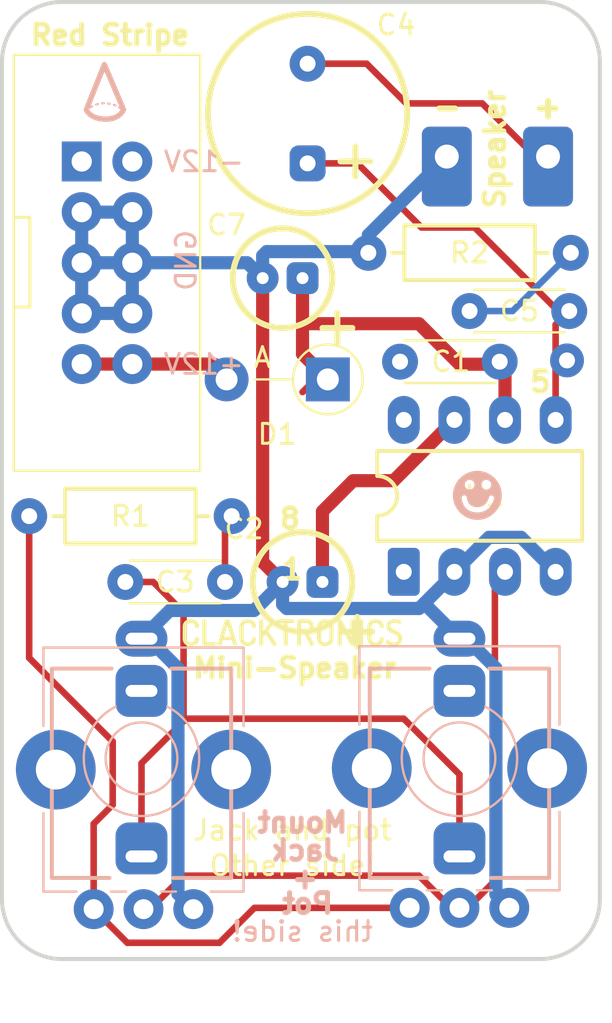
<source format=kicad_pcb>
(kicad_pcb (version 20171130) (host pcbnew 5.1.9+dfsg1-1+deb11u1)

  (general
    (thickness 1.6)
    (drawings 29)
    (tracks 105)
    (zones 0)
    (modules 20)
    (nets 16)
  )

  (page A4)
  (layers
    (0 F.Cu signal)
    (31 B.Cu signal)
    (32 B.Adhes user)
    (33 F.Adhes user)
    (34 B.Paste user)
    (35 F.Paste user)
    (36 B.SilkS user)
    (37 F.SilkS user)
    (38 B.Mask user)
    (39 F.Mask user)
    (40 Dwgs.User user)
    (41 Cmts.User user hide)
    (42 Eco1.User user)
    (43 Eco2.User user)
    (44 Edge.Cuts user)
    (45 Margin user)
    (46 B.CrtYd user)
    (47 F.CrtYd user)
    (48 B.Fab user hide)
    (49 F.Fab user hide)
  )

  (setup
    (last_trace_width 0.66)
    (user_trace_width 0.33)
    (user_trace_width 0.66)
    (trace_clearance 0.2)
    (zone_clearance 0.508)
    (zone_45_only no)
    (trace_min 0.2)
    (via_size 0.8)
    (via_drill 0.4)
    (via_min_size 0.4)
    (via_min_drill 0.3)
    (uvia_size 0.3)
    (uvia_drill 0.1)
    (uvias_allowed no)
    (uvia_min_size 0.2)
    (uvia_min_drill 0.1)
    (edge_width 0.15)
    (segment_width 0.2)
    (pcb_text_width 0.3)
    (pcb_text_size 1.5 1.5)
    (mod_edge_width 0.15)
    (mod_text_size 1 1)
    (mod_text_width 0.15)
    (pad_size 1.7 1.7)
    (pad_drill 0.8001)
    (pad_to_mask_clearance 0.051)
    (solder_mask_min_width 0.25)
    (aux_axis_origin 0 0)
    (visible_elements FFFFFF7F)
    (pcbplotparams
      (layerselection 0x010fc_ffffffff)
      (usegerberextensions false)
      (usegerberattributes false)
      (usegerberadvancedattributes false)
      (creategerberjobfile false)
      (excludeedgelayer true)
      (linewidth 0.100000)
      (plotframeref false)
      (viasonmask false)
      (mode 1)
      (useauxorigin false)
      (hpglpennumber 1)
      (hpglpenspeed 20)
      (hpglpendiameter 15.000000)
      (psnegative false)
      (psa4output false)
      (plotreference true)
      (plotvalue true)
      (plotinvisibletext false)
      (padsonsilk false)
      (subtractmaskfromsilk false)
      (outputformat 1)
      (mirror false)
      (drillshape 0)
      (scaleselection 1)
      (outputdirectory "plot-26-06-19/"))
  )

  (net 0 "")
  (net 1 +12V)
  (net 2 GND)
  (net 3 "Net-(C2-Pad1)")
  (net 4 "Net-(C3-Pad1)")
  (net 5 "Net-(C3-Pad2)")
  (net 6 "Net-(C4-Pad1)")
  (net 7 "Net-(C4-Pad2)")
  (net 8 "Net-(R1-Pad1)")
  (net 9 "Net-(RV1-Pad2)")
  (net 10 "Net-(C5-Pad2)")
  (net 11 "Net-(D1-Pad2)")
  (net 12 "Net-(J2-Pad2)")
  (net 13 "Net-(J2-Pad1)")
  (net 14 "Net-(U1-Pad8)")
  (net 15 "Net-(U1-Pad1)")

  (net_class Default "This is the default net class."
    (clearance 0.2)
    (trace_width 0.33)
    (via_dia 0.8)
    (via_drill 0.4)
    (uvia_dia 0.3)
    (uvia_drill 0.1)
    (add_net +12V)
    (add_net GND)
    (add_net "Net-(C2-Pad1)")
    (add_net "Net-(C3-Pad1)")
    (add_net "Net-(C3-Pad2)")
    (add_net "Net-(C4-Pad1)")
    (add_net "Net-(C4-Pad2)")
    (add_net "Net-(C5-Pad2)")
    (add_net "Net-(D1-Pad2)")
    (add_net "Net-(J2-Pad1)")
    (add_net "Net-(J2-Pad2)")
    (add_net "Net-(R1-Pad1)")
    (add_net "Net-(RV1-Pad2)")
    (add_net "Net-(U1-Pad1)")
    (add_net "Net-(U1-Pad8)")
  )

  (net_class Thicker ""
    (clearance 0.2)
    (trace_width 0.66)
    (via_dia 0.8)
    (via_drill 0.4)
    (uvia_dia 0.3)
    (uvia_drill 0.1)
  )

  (module Diode_THT:D_DO-41_SOD81_P5.08mm_Vertical_AnodeUp (layer F.Cu) (tedit 5AE50CD5) (tstamp 661ED9B1)
    (at 133.35 74.93 180)
    (descr "Diode, DO-41_SOD81 series, Axial, Vertical, pin pitch=5.08mm, , length*diameter=5.2*2.7mm^2, , http://www.diodes.com/_files/packages/DO-41%20(Plastic).pdf")
    (tags "Diode DO-41_SOD81 series Axial Vertical pin pitch 5.08mm  length 5.2mm diameter 2.7mm")
    (path /661F2DF8)
    (fp_text reference D1 (at 2.54 -2.750635) (layer F.SilkS)
      (effects (font (size 1 1) (thickness 0.15)))
    )
    (fp_text value 1N5817 (at 2.54 2.750635) (layer F.Fab)
      (effects (font (size 1 1) (thickness 0.15)))
    )
    (fp_text user A (at 3.28 1.1) (layer F.SilkS)
      (effects (font (size 1 1) (thickness 0.15)))
    )
    (fp_text user A (at 3.28 1.1) (layer F.Fab)
      (effects (font (size 1 1) (thickness 0.15)))
    )
    (fp_text user %R (at 2.54 -2.750635) (layer F.Fab)
      (effects (font (size 1 1) (thickness 0.15)))
    )
    (fp_circle (center 0 0) (end 1.35 0) (layer F.Fab) (width 0.1))
    (fp_circle (center 0 0) (end 1.750635 0) (layer F.SilkS) (width 0.12))
    (fp_line (start 0 0) (end 5.08 0) (layer F.Fab) (width 0.1))
    (fp_line (start 1.750635 0) (end 3.68 0) (layer F.SilkS) (width 0.12))
    (fp_line (start -1.6 -1.6) (end -1.6 1.6) (layer F.CrtYd) (width 0.05))
    (fp_line (start -1.6 1.6) (end 6.43 1.6) (layer F.CrtYd) (width 0.05))
    (fp_line (start 6.43 1.6) (end 6.43 -1.6) (layer F.CrtYd) (width 0.05))
    (fp_line (start 6.43 -1.6) (end -1.6 -1.6) (layer F.CrtYd) (width 0.05))
    (pad 2 thru_hole oval (at 5.08 0 180) (size 2.2 2.2) (drill 1.1) (layers *.Cu *.Mask)
      (net 11 "Net-(D1-Pad2)"))
    (pad 1 thru_hole rect (at 0 0 180) (size 2.2 2.2) (drill 1.1) (layers *.Cu *.Mask)
      (net 1 +12V))
    (model ${KISYS3DMOD}/Diode_THT.3dshapes/D_DO-41_SOD81_P5.08mm_Vertical_AnodeUp.wrl
      (at (xyz 0 0 0))
      (scale (xyz 1 1 1))
      (rotate (xyz 0 0 0))
    )
  )

  (module Connector_Wire:SolderWirePad_1x01_Drill0.8mm (layer F.Cu) (tedit 5D88AB02) (tstamp 5D88FD36)
    (at 145.3515 73.9775)
    (descr "Wire solder connection")
    (tags connector)
    (attr virtual)
    (fp_text reference REF** (at 0 -2.54) (layer F.SilkS) hide
      (effects (font (size 1 1) (thickness 0.15)))
    )
    (fp_text value SolderWirePad_1x01_Drill0.8mm (at 0 2.54) (layer F.Fab)
      (effects (font (size 1 1) (thickness 0.15)))
    )
    (fp_line (start -1.016 -1.016) (end 1.016 -1.016) (layer F.CrtYd) (width 0.05))
    (fp_line (start -1.016 -1.016) (end -1.016 1.016) (layer F.CrtYd) (width 0.05))
    (fp_line (start 1.016 1.016) (end 1.016 -1.016) (layer F.CrtYd) (width 0.05))
    (fp_line (start 1.016 1.016) (end -1.016 1.016) (layer F.CrtYd) (width 0.05))
    (fp_text user %R (at 0 0) (layer F.Fab)
      (effects (font (size 1 1) (thickness 0.15)))
    )
    (pad 1 thru_hole circle (at 0 0) (size 1.7 1.7) (drill 0.8001) (layers *.Cu *.Mask))
  )

  (module Clacktronics:face (layer B.Cu) (tedit 0) (tstamp 5D13C233)
    (at 140.843 80.772 180)
    (fp_text reference G*** (at 0 0) (layer B.SilkS) hide
      (effects (font (size 1.524 1.524) (thickness 0.3)) (justify mirror))
    )
    (fp_text value LOGO (at 0.75 0) (layer B.SilkS) hide
      (effects (font (size 1.524 1.524) (thickness 0.3)) (justify mirror))
    )
    (fp_poly (pts (xy 0.381076 0.561452) (xy 0.378536 0.558912) (xy 0.375995 0.561452) (xy 0.378536 0.563993)
      (xy 0.381076 0.561452)) (layer B.SilkS) (width 0.01))
    (fp_poly (pts (xy 0.060021 1.249945) (xy 0.123735 1.245596) (xy 0.184304 1.237849) (xy 0.245052 1.226362)
      (xy 0.256592 1.223796) (xy 0.363586 1.194434) (xy 0.466483 1.156101) (xy 0.564804 1.109231)
      (xy 0.658073 1.054253) (xy 0.745815 0.991598) (xy 0.827551 0.921699) (xy 0.902806 0.844985)
      (xy 0.971102 0.761889) (xy 1.031965 0.67284) (xy 1.084915 0.578271) (xy 1.129479 0.478611)
      (xy 1.153231 0.412801) (xy 1.176596 0.335023) (xy 1.193915 0.261191) (xy 1.205707 0.188025)
      (xy 1.212495 0.112245) (xy 1.2148 0.030571) (xy 1.214807 0.025405) (xy 1.212755 -0.056728)
      (xy 1.206251 -0.132769) (xy 1.194774 -0.206) (xy 1.177802 -0.279699) (xy 1.154815 -0.357147)
      (xy 1.153231 -0.361991) (xy 1.114589 -0.463657) (xy 1.067194 -0.560839) (xy 1.011585 -0.653045)
      (xy 0.948298 -0.73979) (xy 0.877869 -0.820582) (xy 0.800834 -0.894935) (xy 0.717731 -0.962359)
      (xy 0.629097 -1.022366) (xy 0.535467 -1.074468) (xy 0.437379 -1.118175) (xy 0.335369 -1.152999)
      (xy 0.264332 -1.17129) (xy 0.207569 -1.18228) (xy 0.145994 -1.191149) (xy 0.08261 -1.197636)
      (xy 0.020418 -1.201482) (xy -0.037578 -1.202428) (xy -0.078755 -1.200934) (xy -0.190506 -1.188561)
      (xy -0.299999 -1.166507) (xy -0.406609 -1.13501) (xy -0.509714 -1.094309) (xy -0.608689 -1.044645)
      (xy -0.702911 -0.986258) (xy -0.773799 -0.933943) (xy -0.855718 -0.862385) (xy -0.930969 -0.783543)
      (xy -0.99905 -0.698213) (xy -1.059461 -0.607191) (xy -1.111698 -0.511271) (xy -1.155261 -0.411248)
      (xy -1.189647 -0.307917) (xy -1.203858 -0.252608) (xy -1.212854 -0.211742) (xy -1.219783 -0.175031)
      (xy -1.224891 -0.140052) (xy -1.228423 -0.104384) (xy -1.228473 -0.103494) (xy -0.847559 -0.103494)
      (xy -0.847445 -0.11836) (xy -0.84476 -0.136197) (xy -0.839385 -0.159781) (xy -0.83612 -0.172754)
      (xy -0.812421 -0.249758) (xy -0.780994 -0.326933) (xy -0.743045 -0.401968) (xy -0.699784 -0.472554)
      (xy -0.652419 -0.53638) (xy -0.635619 -0.556102) (xy -0.57365 -0.618673) (xy -0.504909 -0.674314)
      (xy -0.430461 -0.72247) (xy -0.351371 -0.762587) (xy -0.268704 -0.794111) (xy -0.183524 -0.816488)
      (xy -0.114323 -0.827427) (xy -0.078226 -0.830365) (xy -0.03649 -0.832021) (xy 0.007302 -0.832385)
      (xy 0.049564 -0.831449) (xy 0.086714 -0.829202) (xy 0.098874 -0.827988) (xy 0.189623 -0.813028)
      (xy 0.275377 -0.789583) (xy 0.355823 -0.757792) (xy 0.430645 -0.717798) (xy 0.499532 -0.66974)
      (xy 0.550614 -0.625143) (xy 0.608481 -0.562555) (xy 0.658033 -0.49417) (xy 0.699341 -0.419876)
      (xy 0.732477 -0.339559) (xy 0.733058 -0.337887) (xy 0.747455 -0.292543) (xy 0.759568 -0.246838)
      (xy 0.769108 -0.202473) (xy 0.775786 -0.16115) (xy 0.779314 -0.124571) (xy 0.779403 -0.094437)
      (xy 0.777184 -0.077724) (xy 0.764951 -0.043246) (xy 0.745912 -0.01488) (xy 0.721498 0.006982)
      (xy 0.693141 0.021946) (xy 0.662275 0.029622) (xy 0.630331 0.029615) (xy 0.598741 0.021534)
      (xy 0.568937 0.004987) (xy 0.547253 -0.014711) (xy 0.536172 -0.027766) (xy 0.528071 -0.039962)
      (xy 0.522142 -0.053576) (xy 0.517578 -0.070885) (xy 0.513571 -0.094166) (xy 0.510123 -0.119404)
      (xy 0.496029 -0.196038) (xy 0.474452 -0.26658) (xy 0.445554 -0.330687) (xy 0.409498 -0.388011)
      (xy 0.366446 -0.438209) (xy 0.354553 -0.449657) (xy 0.310075 -0.484163) (xy 0.257851 -0.512768)
      (xy 0.198555 -0.53526) (xy 0.132862 -0.551426) (xy 0.061446 -0.561053) (xy -0.007755 -0.563951)
      (xy -0.087706 -0.55977) (xy -0.162205 -0.547028) (xy -0.23138 -0.525652) (xy -0.295356 -0.495568)
      (xy -0.354261 -0.456701) (xy -0.40822 -0.408979) (xy -0.457361 -0.352328) (xy -0.50181 -0.286673)
      (xy -0.51085 -0.271228) (xy -0.526848 -0.240627) (xy -0.542787 -0.205645) (xy -0.55744 -0.169362)
      (xy -0.569582 -0.13486) (xy -0.577988 -0.10522) (xy -0.579331 -0.09908) (xy -0.58824 -0.066493)
      (xy -0.601183 -0.040435) (xy -0.619906 -0.017536) (xy -0.623264 -0.014221) (xy -0.650492 0.006416)
      (xy -0.680995 0.018201) (xy -0.714151 0.021889) (xy -0.748326 0.017395) (xy -0.779942 0.004081)
      (xy -0.807226 -0.016746) (xy -0.828406 -0.043773) (xy -0.840568 -0.071574) (xy -0.845226 -0.088824)
      (xy -0.847559 -0.103494) (xy -1.228473 -0.103494) (xy -1.230625 -0.065601) (xy -1.231742 -0.021282)
      (xy -1.232023 0.025405) (xy -1.231156 0.091145) (xy -1.228303 0.149387) (xy -1.223084 0.202668)
      (xy -1.215121 0.253526) (xy -1.204035 0.304498) (xy -1.189446 0.358119) (xy -1.175688 0.402499)
      (xy -1.136655 0.507083) (xy -1.110538 0.561567) (xy -0.706261 0.561567) (xy -0.701937 0.51158)
      (xy -0.688757 0.466339) (xy -0.666413 0.425089) (xy -0.634639 0.387121) (xy -0.600228 0.357165)
      (xy -0.564854 0.335974) (xy -0.526514 0.322771) (xy -0.483205 0.316779) (xy -0.45221 0.316363)
      (xy -0.427149 0.317253) (xy -0.40886 0.318926) (xy -0.393956 0.322103) (xy -0.379047 0.327507)
      (xy -0.360752 0.335857) (xy -0.317556 0.361492) (xy -0.281589 0.393095) (xy -0.253058 0.429543)
      (xy -0.232171 0.469708) (xy -0.219137 0.512466) (xy -0.214163 0.556691) (xy -0.214317 0.55878)
      (xy 0.132427 0.55878) (xy 0.137265 0.512856) (xy 0.150619 0.468531) (xy 0.172215 0.427024)
      (xy 0.201776 0.389553) (xy 0.239027 0.357335) (xy 0.249631 0.350166) (xy 0.287893 0.331174)
      (xy 0.331049 0.319203) (xy 0.376347 0.314586) (xy 0.421032 0.317654) (xy 0.453641 0.325581)
      (xy 0.498496 0.345541) (xy 0.537308 0.372757) (xy 0.569609 0.406063) (xy 0.594928 0.444294)
      (xy 0.612796 0.486287) (xy 0.622745 0.530876) (xy 0.624304 0.576896) (xy 0.617005 0.623184)
      (xy 0.600378 0.668574) (xy 0.595628 0.677935) (xy 0.580182 0.701219) (xy 0.558682 0.726239)
      (xy 0.534091 0.750035) (xy 0.509366 0.769649) (xy 0.495019 0.778545) (xy 0.449747 0.797256)
      (xy 0.403077 0.806487) (xy 0.356263 0.806566) (xy 0.310564 0.797823) (xy 0.267235 0.780586)
      (xy 0.227533 0.755184) (xy 0.192715 0.721946) (xy 0.171775 0.693968) (xy 0.149407 0.650554)
      (xy 0.136382 0.605085) (xy 0.132427 0.55878) (xy -0.214317 0.55878) (xy -0.217458 0.601256)
      (xy -0.22923 0.645037) (xy -0.249686 0.686907) (xy -0.279036 0.725741) (xy -0.287127 0.734186)
      (xy -0.325998 0.766261) (xy -0.36875 0.789292) (xy -0.414322 0.803113) (xy -0.461651 0.807556)
      (xy -0.509676 0.802458) (xy -0.557334 0.78765) (xy -0.575479 0.779265) (xy -0.591553 0.769217)
      (xy -0.610923 0.754342) (xy -0.630103 0.737377) (xy -0.635365 0.732223) (xy -0.666727 0.695188)
      (xy -0.688567 0.65629) (xy -0.70152 0.614002) (xy -0.70622 0.566797) (xy -0.706261 0.561567)
      (xy -1.110538 0.561567) (xy -1.088874 0.606759) (xy -1.03272 0.701091) (xy -0.968571 0.789643)
      (xy -0.896803 0.871979) (xy -0.817793 0.947663) (xy -0.731916 1.01626) (xy -0.63955 1.077332)
      (xy -0.55129 1.125452) (xy -0.45333 1.169094) (xy -0.354996 1.203152) (xy -0.25502 1.22792)
      (xy -0.152134 1.243694) (xy -0.045071 1.250766) (xy -0.010162 1.251239) (xy 0.060021 1.249945)) (layer B.SilkS) (width 0.01))
  )

  (module Clacktronics:cone (layer B.Cu) (tedit 0) (tstamp 5D13C223)
    (at 122.047 60.579 180)
    (fp_text reference G*** (at 0 0) (layer B.SilkS) hide
      (effects (font (size 1.524 1.524) (thickness 0.3)) (justify mirror))
    )
    (fp_text value LOGO (at 0.75 0) (layer B.SilkS) hide
      (effects (font (size 1.524 1.524) (thickness 0.3)) (justify mirror))
    )
    (fp_poly (pts (xy -0.030406 -0.450966) (xy -0.003921 -0.452754) (xy 0.021439 -0.45583) (xy 0.042961 -0.459989)
      (xy 0.057932 -0.465024) (xy 0.060931 -0.466812) (xy 0.073956 -0.481896) (xy 0.07938 -0.500427)
      (xy 0.077403 -0.519538) (xy 0.068221 -0.53636) (xy 0.055428 -0.546449) (xy 0.045971 -0.550465)
      (xy 0.035454 -0.552431) (xy 0.021059 -0.552537) (xy -0.000035 -0.550971) (xy -0.005081 -0.550496)
      (xy -0.019911 -0.549083) (xy -0.039861 -0.547199) (xy -0.055511 -0.545728) (xy -0.075469 -0.543038)
      (xy -0.088917 -0.538644) (xy -0.099501 -0.531197) (xy -0.102511 -0.528317) (xy -0.113814 -0.510825)
      (xy -0.116242 -0.491805) (xy -0.110243 -0.47377) (xy -0.096265 -0.459231) (xy -0.089484 -0.455392)
      (xy -0.0759 -0.452079) (xy -0.055303 -0.450672) (xy -0.030406 -0.450966)) (layer B.SilkS) (width 0.01))
    (fp_poly (pts (xy -0.253509 -0.468265) (xy -0.245233 -0.471663) (xy -0.236985 -0.478686) (xy -0.234046 -0.481596)
      (xy -0.221625 -0.499061) (xy -0.21903 -0.517573) (xy -0.225917 -0.538225) (xy -0.230958 -0.546605)
      (xy -0.237247 -0.552621) (xy -0.246799 -0.557101) (xy -0.261628 -0.56087) (xy -0.283746 -0.564757)
      (xy -0.294699 -0.56647) (xy -0.317068 -0.569949) (xy -0.337794 -0.573232) (xy -0.353138 -0.575725)
      (xy -0.355671 -0.576151) (xy -0.377144 -0.57548) (xy -0.387299 -0.571492) (xy -0.402466 -0.559207)
      (xy -0.410073 -0.542315) (xy -0.411562 -0.525989) (xy -0.409337 -0.5109) (xy -0.402043 -0.498717)
      (xy -0.38875 -0.489024) (xy -0.368528 -0.481408) (xy -0.340448 -0.475453) (xy -0.303579 -0.470745)
      (xy -0.283586 -0.468898) (xy -0.265173 -0.467631) (xy -0.253509 -0.468265)) (layer B.SilkS) (width 0.01))
    (fp_poly (pts (xy 0.245241 -0.494626) (xy 0.267733 -0.499355) (xy 0.292545 -0.506187) (xy 0.31698 -0.514263)
      (xy 0.33834 -0.522725) (xy 0.353929 -0.530712) (xy 0.359176 -0.534702) (xy 0.369333 -0.551131)
      (xy 0.371875 -0.570123) (xy 0.367291 -0.58862) (xy 0.35607 -0.603565) (xy 0.347253 -0.609161)
      (xy 0.338368 -0.612464) (xy 0.328915 -0.613776) (xy 0.31697 -0.612838) (xy 0.300609 -0.609387)
      (xy 0.27791 -0.603162) (xy 0.2567 -0.596858) (xy 0.227704 -0.587456) (xy 0.207274 -0.57888)
      (xy 0.194004 -0.570002) (xy 0.186488 -0.559697) (xy 0.183318 -0.546839) (xy 0.182917 -0.537794)
      (xy 0.187157 -0.516629) (xy 0.19912 -0.50156) (xy 0.217674 -0.493723) (xy 0.227767 -0.492859)
      (xy 0.245241 -0.494626)) (layer B.SilkS) (width 0.01))
    (fp_poly (pts (xy -0.551051 -0.530572) (xy -0.532279 -0.539629) (xy -0.519528 -0.554365) (xy -0.513655 -0.572319)
      (xy -0.515517 -0.591029) (xy -0.524615 -0.606593) (xy -0.533433 -0.612886) (xy -0.549431 -0.621319)
      (xy -0.570131 -0.630871) (xy -0.593053 -0.64052) (xy -0.615719 -0.649248) (xy -0.635652 -0.656032)
      (xy -0.650371 -0.659851) (xy -0.655091 -0.660329) (xy -0.66515 -0.657852) (xy -0.676917 -0.652612)
      (xy -0.692915 -0.638933) (xy -0.70079 -0.621213) (xy -0.700188 -0.601963) (xy -0.690753 -0.583694)
      (xy -0.687207 -0.579805) (xy -0.67549 -0.571439) (xy -0.657143 -0.561992) (xy -0.634667 -0.552369)
      (xy -0.610565 -0.543474) (xy -0.587337 -0.536212) (xy -0.567487 -0.531487) (xy -0.553515 -0.530205)
      (xy -0.551051 -0.530572)) (layer B.SilkS) (width 0.01))
    (fp_poly (pts (xy -0.052411 1.564889) (xy -0.023266 1.552423) (xy 0.001899 1.533033) (xy 0.021308 1.506838)
      (xy 0.022426 1.504712) (xy 0.025524 1.497643) (xy 0.032172 1.481671) (xy 0.042168 1.457298)
      (xy 0.055313 1.425024) (xy 0.071406 1.38535) (xy 0.090246 1.338777) (xy 0.111633 1.285806)
      (xy 0.135367 1.226938) (xy 0.161246 1.162673) (xy 0.18907 1.093513) (xy 0.21864 1.019959)
      (xy 0.249753 0.942511) (xy 0.28221 0.86167) (xy 0.31581 0.777938) (xy 0.350353 0.691814)
      (xy 0.385637 0.603801) (xy 0.421463 0.514399) (xy 0.45763 0.424109) (xy 0.493937 0.333432)
      (xy 0.530184 0.242869) (xy 0.566171 0.15292) (xy 0.601696 0.064087) (xy 0.636559 -0.02313)
      (xy 0.67056 -0.108229) (xy 0.703498 -0.19071) (xy 0.735172 -0.270071) (xy 0.765383 -0.345813)
      (xy 0.793929 -0.417433) (xy 0.82061 -0.484431) (xy 0.845225 -0.546307) (xy 0.867575 -0.602558)
      (xy 0.887457 -0.652685) (xy 0.904672 -0.696186) (xy 0.91902 -0.732561) (xy 0.930299 -0.761308)
      (xy 0.938309 -0.781926) (xy 0.94285 -0.793916) (xy 0.943824 -0.796752) (xy 0.94798 -0.819018)
      (xy 0.947253 -0.839136) (xy 0.945465 -0.848899) (xy 0.935265 -0.880671) (xy 0.917794 -0.917014)
      (xy 0.894055 -0.956599) (xy 0.865051 -0.998099) (xy 0.831785 -1.040187) (xy 0.795261 -1.081534)
      (xy 0.756483 -1.120813) (xy 0.716454 -1.156696) (xy 0.706917 -1.164538) (xy 0.628081 -1.221847)
      (xy 0.541999 -1.272472) (xy 0.449221 -1.316246) (xy 0.350298 -1.353002) (xy 0.24578 -1.382574)
      (xy 0.136219 -1.404794) (xy 0.022164 -1.419495) (xy -0.095834 -1.426511) (xy -0.159519 -1.427059)
      (xy -0.192759 -1.426506) (xy -0.227529 -1.425477) (xy -0.2603 -1.424104) (xy -0.287546 -1.422519)
      (xy -0.294397 -1.421999) (xy -0.401624 -1.40913) (xy -0.504519 -1.38861) (xy -0.602576 -1.36069)
      (xy -0.695288 -1.325621) (xy -0.782149 -1.283651) (xy -0.862652 -1.235032) (xy -0.93629 -1.180012)
      (xy -1.002558 -1.118842) (xy -1.060949 -1.051773) (xy -1.070836 -1.038753) (xy -1.097349 -1.0007)
      (xy -1.121872 -0.960986) (xy -1.143496 -0.921412) (xy -1.161311 -0.88378) (xy -1.17441 -0.84989)
      (xy -1.181881 -0.821546) (xy -1.182522 -0.817443) (xy -1.182467 -0.816226) (xy -0.90351 -0.816226)
      (xy -0.90105 -0.822637) (xy -0.894231 -0.834305) (xy -0.882439 -0.852785) (xy -0.881521 -0.854204)
      (xy -0.840868 -0.908243) (xy -0.791526 -0.958735) (xy -0.734562 -1.004973) (xy -0.671045 -1.046253)
      (xy -0.602041 -1.081868) (xy -0.528619 -1.111112) (xy -0.463811 -1.130364) (xy -0.376973 -1.14891)
      (xy -0.289057 -1.160832) (xy -0.19797 -1.166303) (xy -0.101617 -1.165496) (xy -0.062338 -1.163527)
      (xy 0.048104 -1.153217) (xy 0.151085 -1.136145) (xy 0.246775 -1.112256) (xy 0.33535 -1.081493)
      (xy 0.416981 -1.0438) (xy 0.491842 -0.999121) (xy 0.529935 -0.971747) (xy 0.553546 -0.9524)
      (xy 0.577888 -0.93025) (xy 0.601733 -0.906655) (xy 0.623859 -0.882979) (xy 0.643039 -0.860581)
      (xy 0.65805 -0.840822) (xy 0.667665 -0.825063) (xy 0.670694 -0.815367) (xy 0.668913 -0.808085)
      (xy 0.664293 -0.794276) (xy 0.657918 -0.776785) (xy 0.650871 -0.758459) (xy 0.644238 -0.742144)
      (xy 0.639101 -0.730687) (xy 0.637147 -0.727277) (xy 0.632645 -0.728804) (xy 0.623554 -0.73497)
      (xy 0.622007 -0.736168) (xy 0.608634 -0.743724) (xy 0.595511 -0.746909) (xy 0.595397 -0.74691)
      (xy 0.585745 -0.744248) (xy 0.569921 -0.73712) (xy 0.550131 -0.72681) (xy 0.528582 -0.714605)
      (xy 0.507481 -0.701789) (xy 0.489032 -0.689648) (xy 0.475441 -0.679468) (xy 0.469529 -0.673569)
      (xy 0.462719 -0.655762) (xy 0.463586 -0.635802) (xy 0.471718 -0.617689) (xy 0.475768 -0.612956)
      (xy 0.489482 -0.602906) (xy 0.504951 -0.599539) (xy 0.523678 -0.603021) (xy 0.547165 -0.613514)
      (xy 0.562933 -0.622501) (xy 0.580112 -0.632589) (xy 0.593623 -0.640075) (xy 0.601416 -0.643844)
      (xy 0.602503 -0.64404) (xy 0.600786 -0.639257) (xy 0.595468 -0.625509) (xy 0.586733 -0.603263)
      (xy 0.574768 -0.572985) (xy 0.559758 -0.53514) (xy 0.541889 -0.490194) (xy 0.521347 -0.438613)
      (xy 0.498318 -0.380862) (xy 0.472987 -0.317408) (xy 0.44554 -0.248716) (xy 0.416164 -0.175251)
      (xy 0.385044 -0.09748) (xy 0.352366 -0.015869) (xy 0.318315 0.069118) (xy 0.283077 0.157013)
      (xy 0.254953 0.22713) (xy 0.218909 0.316911) (xy 0.18386 0.404096) (xy 0.149994 0.488223)
      (xy 0.1175 0.56883) (xy 0.086564 0.645453) (xy 0.057376 0.71763) (xy 0.030123 0.784899)
      (xy 0.004993 0.846796) (xy -0.017826 0.902859) (xy -0.038145 0.952625) (xy -0.055777 0.995632)
      (xy -0.070535 1.031418) (xy -0.082229 1.059518) (xy -0.090671 1.079472) (xy -0.095675 1.090816)
      (xy -0.09707 1.093388) (xy -0.099236 1.08855) (xy -0.105129 1.074918) (xy -0.114513 1.053053)
      (xy -0.127148 1.023517) (xy -0.142795 0.986872) (xy -0.161217 0.943678) (xy -0.182174 0.894498)
      (xy -0.205428 0.839894) (xy -0.230742 0.780426) (xy -0.257875 0.716656) (xy -0.28659 0.649146)
      (xy -0.316648 0.578457) (xy -0.347811 0.505152) (xy -0.379839 0.429791) (xy -0.412496 0.352936)
      (xy -0.445541 0.275149) (xy -0.478737 0.196991) (xy -0.511845 0.119024) (xy -0.544627 0.041809)
      (xy -0.576844 -0.034092) (xy -0.608257 -0.108117) (xy -0.638628 -0.179705) (xy -0.667718 -0.248294)
      (xy -0.69529 -0.313324) (xy -0.721104 -0.374231) (xy -0.744922 -0.430455) (xy -0.766505 -0.481434)
      (xy -0.785615 -0.526607) (xy -0.802014 -0.565412) (xy -0.815463 -0.597286) (xy -0.825722 -0.62167)
      (xy -0.832555 -0.638001) (xy -0.835722 -0.645718) (xy -0.835781 -0.645869) (xy -0.835399 -0.652343)
      (xy -0.826904 -0.656387) (xy -0.823273 -0.6572) (xy -0.802736 -0.66557) (xy -0.789076 -0.679726)
      (xy -0.782939 -0.697492) (xy -0.784975 -0.716692) (xy -0.795829 -0.735149) (xy -0.799079 -0.738526)
      (xy -0.813087 -0.751181) (xy -0.830383 -0.765581) (xy -0.849031 -0.780265) (xy -0.867096 -0.793775)
      (xy -0.882641 -0.804651) (xy -0.893731 -0.811433) (xy -0.897808 -0.812963) (xy -0.902225 -0.81352)
      (xy -0.90351 -0.816226) (xy -1.182467 -0.816226) (xy -1.182387 -0.814496) (xy -1.181326 -0.809558)
      (xy -1.179201 -0.802294) (xy -1.175873 -0.79237) (xy -1.171202 -0.779452) (xy -1.165051 -0.763206)
      (xy -1.15728 -0.743297) (xy -1.14775 -0.719392) (xy -1.136324 -0.691157) (xy -1.122862 -0.658257)
      (xy -1.107225 -0.620358) (xy -1.089275 -0.577126) (xy -1.068873 -0.528227) (xy -1.04588 -0.473326)
      (xy -1.020157 -0.41209) (xy -0.991566 -0.344185) (xy -0.959969 -0.269275) (xy -0.925225 -0.187028)
      (xy -0.887197 -0.097109) (xy -0.845745 0.000816) (xy -0.800732 0.107082) (xy -0.752017 0.222022)
      (xy -0.699463 0.345971) (xy -0.698327 0.34865) (xy -0.654501 0.451937) (xy -0.611607 0.552912)
      (xy -0.56982 0.651163) (xy -0.529318 0.746279) (xy -0.490277 0.837851) (xy -0.452872 0.925467)
      (xy -0.417282 1.008717) (xy -0.383681 1.087189) (xy -0.352247 1.160473) (xy -0.323155 1.228158)
      (xy -0.296583 1.289834) (xy -0.272706 1.345089) (xy -0.251701 1.393513) (xy -0.233745 1.434695)
      (xy -0.219013 1.468224) (xy -0.207682 1.49369) (xy -0.199929 1.510682) (xy -0.19593 1.518788)
      (xy -0.195657 1.519223) (xy -0.173259 1.54315) (xy -0.145959 1.559561) (xy -0.115533 1.568576)
      (xy -0.083758 1.570312) (xy -0.052411 1.564889)) (layer B.SilkS) (width 0.01))
  )

  (module Clacktronics:clacktronics_logo_11mm (layer F.Cu) (tedit 0) (tstamp 5D13C20A)
    (at 131.572 87.63)
    (fp_text reference G*** (at 0 0) (layer F.SilkS) hide
      (effects (font (size 1.524 1.524) (thickness 0.3)))
    )
    (fp_text value LOGO (at 0.75 0) (layer F.SilkS) hide
      (effects (font (size 1.524 1.524) (thickness 0.3)))
    )
    (fp_poly (pts (xy 3.468244 -0.663106) (xy 3.492826 -0.656479) (xy 3.514659 -0.647068) (xy 3.527987 -0.637944)
      (xy 3.541469 -0.62545) (xy 3.541356 -0.004053) (xy 3.541356 0.089536) (xy 3.541374 0.173496)
      (xy 3.541381 0.24836) (xy 3.541346 0.31466) (xy 3.541243 0.37293) (xy 3.541041 0.423701)
      (xy 3.540712 0.467507) (xy 3.540226 0.504881) (xy 3.539555 0.536355) (xy 3.53867 0.562462)
      (xy 3.537542 0.583735) (xy 3.536141 0.600706) (xy 3.534439 0.613909) (xy 3.532408 0.623877)
      (xy 3.530017 0.631141) (xy 3.527238 0.636235) (xy 3.524042 0.639692) (xy 3.5204 0.642043)
      (xy 3.516283 0.643823) (xy 3.511662 0.645564) (xy 3.506508 0.647799) (xy 3.505902 0.648101)
      (xy 3.486112 0.65462) (xy 3.460608 0.658314) (xy 3.433487 0.658991) (xy 3.408849 0.656459)
      (xy 3.39666 0.653209) (xy 3.379652 0.644312) (xy 3.364281 0.632192) (xy 3.362363 0.630179)
      (xy 3.34839 0.614643) (xy 3.34839 -0.623481) (xy 3.360506 -0.636554) (xy 3.374698 -0.646853)
      (xy 3.395429 -0.655952) (xy 3.419074 -0.662605) (xy 3.442011 -0.665564) (xy 3.444929 -0.665613)
      (xy 3.468244 -0.663106)) (layer F.SilkS) (width 0.01))
    (fp_poly (pts (xy 2.41082 -0.661278) (xy 2.443568 -0.648522) (xy 2.472019 -0.626674) (xy 2.493586 -0.600032)
      (xy 2.49875 -0.591234) (xy 2.508153 -0.574099) (xy 2.521422 -0.549341) (xy 2.538182 -0.517677)
      (xy 2.558059 -0.479823) (xy 2.580678 -0.436495) (xy 2.605666 -0.388409) (xy 2.632649 -0.336281)
      (xy 2.661252 -0.280828) (xy 2.691102 -0.222765) (xy 2.713263 -0.179536) (xy 2.913963 0.212434)
      (xy 2.916504 -0.206683) (xy 2.919044 -0.625801) (xy 2.935137 -0.640178) (xy 2.95561 -0.653114)
      (xy 2.980802 -0.660995) (xy 3.008545 -0.664039) (xy 3.03667 -0.662466) (xy 3.063007 -0.656494)
      (xy 3.085387 -0.646344) (xy 3.101642 -0.632233) (xy 3.107213 -0.622797) (xy 3.108355 -0.618982)
      (xy 3.109377 -0.612943) (xy 3.110285 -0.604151) (xy 3.111086 -0.592074) (xy 3.111786 -0.576182)
      (xy 3.112392 -0.555944) (xy 3.11291 -0.53083) (xy 3.113346 -0.50031) (xy 3.113707 -0.463853)
      (xy 3.113998 -0.420928) (xy 3.114227 -0.371005) (xy 3.1144 -0.313553) (xy 3.114523 -0.248041)
      (xy 3.114602 -0.17394) (xy 3.114644 -0.090719) (xy 3.114655 -0.001433) (xy 3.11467 0.091673)
      (xy 3.114693 0.175154) (xy 3.114696 0.24955) (xy 3.114645 0.315397) (xy 3.114511 0.373233)
      (xy 3.11426 0.423596) (xy 3.113863 0.467025) (xy 3.113287 0.504056) (xy 3.112502 0.535228)
      (xy 3.111475 0.561078) (xy 3.110177 0.582145) (xy 3.108574 0.598966) (xy 3.106636 0.612079)
      (xy 3.104331 0.622022) (xy 3.101629 0.629332) (xy 3.098497 0.634548) (xy 3.094904 0.638207)
      (xy 3.09082 0.640847) (xy 3.086212 0.643006) (xy 3.081049 0.645222) (xy 3.076823 0.64723)
      (xy 3.052863 0.655476) (xy 3.023947 0.65952) (xy 2.994523 0.659005) (xy 2.974743 0.655398)
      (xy 2.966552 0.65308) (xy 2.959095 0.650622) (xy 2.952039 0.647488) (xy 2.945055 0.643141)
      (xy 2.93781 0.637044) (xy 2.929974 0.628659) (xy 2.921216 0.617452) (xy 2.911203 0.602884)
      (xy 2.899605 0.584419) (xy 2.886091 0.56152) (xy 2.870329 0.533651) (xy 2.851988 0.500274)
      (xy 2.830737 0.460853) (xy 2.806244 0.414851) (xy 2.778179 0.361732) (xy 2.74621 0.300958)
      (xy 2.710006 0.231993) (xy 2.690398 0.194626) (xy 2.471915 -0.221741) (xy 2.470706 0.195261)
      (xy 2.47044 0.274694) (xy 2.470125 0.34448) (xy 2.469753 0.405132) (xy 2.469314 0.457164)
      (xy 2.468799 0.501091) (xy 2.4682 0.537426) (xy 2.467508 0.566684) (xy 2.466714 0.589378)
      (xy 2.465808 0.606024) (xy 2.464782 0.617134) (xy 2.463627 0.623224) (xy 2.46325 0.624156)
      (xy 2.451221 0.637265) (xy 2.431705 0.647843) (xy 2.407176 0.65537) (xy 2.380107 0.659329)
      (xy 2.352972 0.659202) (xy 2.328245 0.65447) (xy 2.324565 0.653209) (xy 2.307558 0.644312)
      (xy 2.292187 0.632192) (xy 2.290268 0.630179) (xy 2.276296 0.614643) (xy 2.276296 -0.625746)
      (xy 2.290505 -0.639956) (xy 2.309496 -0.652698) (xy 2.331403 -0.659889) (xy 2.373517 -0.665035)
      (xy 2.41082 -0.661278)) (layer F.SilkS) (width 0.01))
    (fp_poly (pts (xy -0.099171 -0.665015) (xy -0.058105 -0.664766) (xy -0.023865 -0.664251) (xy 0.004217 -0.663417)
      (xy 0.026807 -0.662208) (xy 0.044574 -0.660571) (xy 0.058184 -0.658451) (xy 0.068306 -0.655794)
      (xy 0.075605 -0.652546) (xy 0.080749 -0.648653) (xy 0.084407 -0.64406) (xy 0.087244 -0.638713)
      (xy 0.089929 -0.632558) (xy 0.09151 -0.628967) (xy 0.099655 -0.60147) (xy 0.101344 -0.571602)
      (xy 0.097 -0.54218) (xy 0.087051 -0.516019) (xy 0.071921 -0.495935) (xy 0.071327 -0.495399)
      (xy 0.067543 -0.492469) (xy 0.062731 -0.490143) (xy 0.055725 -0.488336) (xy 0.045357 -0.486964)
      (xy 0.030463 -0.485943) (xy 0.009874 -0.485187) (xy -0.017576 -0.484612) (xy -0.053052 -0.484134)
      (xy -0.089443 -0.48375) (xy -0.238807 -0.482263) (xy -0.238807 0.61582) (xy -0.255559 0.632571)
      (xy -0.277191 0.647621) (xy -0.304886 0.657102) (xy -0.335978 0.660644) (xy -0.367796 0.657876)
      (xy -0.390714 0.651364) (xy -0.406944 0.642873) (xy -0.420603 0.632017) (xy -0.423741 0.628405)
      (xy -0.425426 0.626049) (xy -0.426925 0.623379) (xy -0.428251 0.619815) (xy -0.429416 0.614778)
      (xy -0.430433 0.607688) (xy -0.431314 0.597965) (xy -0.432071 0.585029) (xy -0.432716 0.568301)
      (xy -0.433263 0.547202) (xy -0.433724 0.521151) (xy -0.434111 0.489568) (xy -0.434436 0.451875)
      (xy -0.434711 0.407491) (xy -0.434951 0.355838) (xy -0.435165 0.296334) (xy -0.435368 0.2284)
      (xy -0.435572 0.151458) (xy -0.435785 0.065964) (xy -0.437144 -0.482133) (xy -0.586421 -0.483685)
      (xy -0.629436 -0.484166) (xy -0.663456 -0.48467) (xy -0.689648 -0.485282) (xy -0.709179 -0.486087)
      (xy -0.723215 -0.48717) (xy -0.732923 -0.488616) (xy -0.739471 -0.49051) (xy -0.744024 -0.492938)
      (xy -0.747102 -0.495399) (xy -0.76314 -0.516041) (xy -0.773015 -0.542156) (xy -0.776726 -0.571139)
      (xy -0.774273 -0.600387) (xy -0.765656 -0.627297) (xy -0.750877 -0.649262) (xy -0.747095 -0.65291)
      (xy -0.744762 -0.65479) (xy -0.741815 -0.656426) (xy -0.737565 -0.657838) (xy -0.731323 -0.659045)
      (xy -0.7224 -0.660067) (xy -0.710107 -0.660924) (xy -0.693757 -0.661636) (xy -0.672659 -0.662223)
      (xy -0.646125 -0.662704) (xy -0.613466 -0.663098) (xy -0.573993 -0.663427) (xy -0.527018 -0.663709)
      (xy -0.471851 -0.663964) (xy -0.407805 -0.664212) (xy -0.345035 -0.664435) (xy -0.269994 -0.664707)
      (xy -0.204448 -0.664931) (xy -0.147729 -0.665051) (xy -0.099171 -0.665015)) (layer F.SilkS) (width 0.01))
    (fp_poly (pts (xy -3.23617 -0.672674) (xy -3.217604 -0.671324) (xy -3.203436 -0.668587) (xy -3.190793 -0.664016)
      (xy -3.184448 -0.661054) (xy -3.168412 -0.651513) (xy -3.155046 -0.640705) (xy -3.150663 -0.635735)
      (xy -3.147911 -0.629127) (xy -3.142458 -0.613511) (xy -3.134526 -0.589614) (xy -3.124335 -0.558159)
      (xy -3.112109 -0.519872) (xy -3.09807 -0.475479) (xy -3.082438 -0.425703) (xy -3.065438 -0.371271)
      (xy -3.04729 -0.312908) (xy -3.028216 -0.251337) (xy -3.008439 -0.187286) (xy -2.988181 -0.121478)
      (xy -2.967663 -0.054638) (xy -2.947109 0.012507) (xy -2.926738 0.079234) (xy -2.906775 0.144816)
      (xy -2.887441 0.20853) (xy -2.868957 0.269649) (xy -2.851546 0.327449) (xy -2.83543 0.381205)
      (xy -2.820832 0.430191) (xy -2.807972 0.473682) (xy -2.797073 0.510954) (xy -2.788357 0.541282)
      (xy -2.782047 0.563939) (xy -2.778364 0.578202) (xy -2.777457 0.583015) (xy -2.78207 0.602705)
      (xy -2.795324 0.620963) (xy -2.815706 0.636764) (xy -2.841704 0.649083) (xy -2.871805 0.656898)
      (xy -2.889541 0.658903) (xy -2.915336 0.659019) (xy -2.934049 0.655044) (xy -2.948241 0.646085)
      (xy -2.957775 0.635127) (xy -2.961642 0.626911) (xy -2.96775 0.610357) (xy -2.975624 0.58692)
      (xy -2.984788 0.558057) (xy -2.994765 0.525222) (xy -3.003861 0.494129) (xy -3.040722 0.365834)
      (xy -3.483036 0.365934) (xy -3.518088 0.489098) (xy -3.528057 0.523762) (xy -3.537514 0.555961)
      (xy -3.54599 0.584153) (xy -3.553016 0.606793) (xy -3.558123 0.622338) (xy -3.560399 0.628384)
      (xy -3.572838 0.644254) (xy -3.592455 0.654911) (xy -3.617477 0.65996) (xy -3.646135 0.659008)
      (xy -3.671927 0.653218) (xy -3.695863 0.643599) (xy -3.717468 0.631093) (xy -3.733469 0.617706)
      (xy -3.737091 0.613256) (xy -3.741918 0.601324) (xy -3.744547 0.58502) (xy -3.744709 0.580257)
      (xy -3.743228 0.572499) (xy -3.738936 0.555776) (xy -3.732056 0.53082) (xy -3.722813 0.498365)
      (xy -3.711431 0.459142) (xy -3.698133 0.413885) (xy -3.683144 0.363327) (xy -3.666688 0.3082)
      (xy -3.648989 0.249237) (xy -3.634735 0.201971) (xy -3.438561 0.201971) (xy -3.437219 0.203721)
      (xy -3.431213 0.205139) (xy -3.419735 0.206255) (xy -3.401976 0.207097) (xy -3.377127 0.207696)
      (xy -3.344379 0.208079) (xy -3.302923 0.208277) (xy -3.263128 0.208322) (xy -3.085321 0.208322)
      (xy -3.122721 0.080026) (xy -3.133825 0.041899) (xy -3.147019 -0.003457) (xy -3.161567 -0.053509)
      (xy -3.176733 -0.105726) (xy -3.191781 -0.157576) (xy -3.205977 -0.206525) (xy -3.209796 -0.219701)
      (xy -3.221416 -0.25953) (xy -3.232234 -0.296087) (xy -3.241912 -0.328266) (xy -3.250109 -0.354963)
      (xy -3.256489 -0.375074) (xy -3.260711 -0.387494) (xy -3.262375 -0.391185) (xy -3.264276 -0.386454)
      (xy -3.268744 -0.372803) (xy -3.275526 -0.351075) (xy -3.284368 -0.322112) (xy -3.295016 -0.286758)
      (xy -3.307217 -0.245855) (xy -3.320717 -0.200245) (xy -3.335262 -0.150771) (xy -3.350597 -0.098276)
      (xy -3.350733 -0.097809) (xy -3.366099 -0.045076) (xy -3.380656 0.004824) (xy -3.394149 0.051024)
      (xy -3.406326 0.092657) (xy -3.416932 0.128856) (xy -3.425712 0.158755) (xy -3.432414 0.181487)
      (xy -3.436783 0.196185) (xy -3.438561 0.201971) (xy -3.634735 0.201971) (xy -3.630271 0.187171)
      (xy -3.610758 0.122734) (xy -3.590675 0.05666) (xy -3.570244 -0.010319) (xy -3.549691 -0.077471)
      (xy -3.529239 -0.144062) (xy -3.509113 -0.209359) (xy -3.489536 -0.272631) (xy -3.470733 -0.333143)
      (xy -3.452928 -0.390164) (xy -3.436344 -0.442961) (xy -3.421206 -0.4908) (xy -3.407738 -0.53295)
      (xy -3.396165 -0.568677) (xy -3.386709 -0.597249) (xy -3.379595 -0.617932) (xy -3.375048 -0.629995)
      (xy -3.373849 -0.632497) (xy -3.36153 -0.646374) (xy -3.344047 -0.658917) (xy -3.339306 -0.661441)
      (xy -3.326624 -0.666973) (xy -3.313864 -0.670465) (xy -3.298174 -0.672345) (xy -3.2767 -0.673044)
      (xy -3.262012 -0.673083) (xy -3.23617 -0.672674)) (layer F.SilkS) (width 0.01))
    (fp_poly (pts (xy -4.391568 -0.663045) (xy -4.366911 -0.656227) (xy -4.345293 -0.646487) (xy -4.332271 -0.636987)
      (xy -4.318863 -0.623579) (xy -4.318863 0.487778) (xy -3.830304 0.487778) (xy -3.815931 0.502151)
      (xy -3.801861 0.522583) (xy -3.793035 0.549123) (xy -3.790494 0.574155) (xy -3.793969 0.603389)
      (xy -3.803645 0.629223) (xy -3.815931 0.646159) (xy -3.830304 0.660533) (xy -4.141907 0.660421)
      (xy -4.206165 0.660384) (xy -4.261061 0.660307) (xy -4.307394 0.660166) (xy -4.345965 0.65994)
      (xy -4.377573 0.659604) (xy -4.403017 0.659135) (xy -4.423099 0.658511) (xy -4.438617 0.657708)
      (xy -4.450371 0.656703) (xy -4.459161 0.655473) (xy -4.465786 0.653995) (xy -4.471048 0.652245)
      (xy -4.474431 0.650809) (xy -4.479952 0.648607) (xy -4.484907 0.646928) (xy -4.489325 0.645241)
      (xy -4.493239 0.643015) (xy -4.496678 0.639719) (xy -4.499672 0.634822) (xy -4.502252 0.627793)
      (xy -4.504449 0.618102) (xy -4.506293 0.605216) (xy -4.507814 0.588605) (xy -4.509042 0.567738)
      (xy -4.510009 0.542085) (xy -4.510744 0.511114) (xy -4.511278 0.474294) (xy -4.511641 0.431094)
      (xy -4.511865 0.380984) (xy -4.511978 0.323431) (xy -4.512012 0.257907) (xy -4.511997 0.183878)
      (xy -4.511964 0.100815) (xy -4.511942 0.008186) (xy -4.511942 -0.625426) (xy -4.499848 -0.637521)
      (xy -4.485517 -0.647297) (xy -4.464755 -0.656053) (xy -4.441294 -0.662548) (xy -4.418863 -0.665541)
      (xy -4.415403 -0.665613) (xy -4.391568 -0.663045)) (layer F.SilkS) (width 0.01))
    (fp_poly (pts (xy 0.557273 -0.665386) (xy 0.615822 -0.664624) (xy 0.666313 -0.663202) (xy 0.709792 -0.660995)
      (xy 0.747307 -0.657878) (xy 0.779905 -0.653728) (xy 0.808634 -0.648419) (xy 0.83454 -0.641827)
      (xy 0.858672 -0.633827) (xy 0.882077 -0.624296) (xy 0.89767 -0.617088) (xy 0.930101 -0.597977)
      (xy 0.962517 -0.572688) (xy 0.991902 -0.543936) (xy 1.015237 -0.514434) (xy 1.019732 -0.507327)
      (xy 1.040719 -0.463758) (xy 1.056041 -0.4141) (xy 1.065713 -0.360274) (xy 1.069751 -0.304202)
      (xy 1.06817 -0.247806) (xy 1.060986 -0.193009) (xy 1.048214 -0.141733) (xy 1.029869 -0.095898)
      (xy 1.016242 -0.071885) (xy 0.984553 -0.031602) (xy 0.945408 0.004151) (xy 0.901138 0.033573)
      (xy 0.854077 0.054863) (xy 0.85051 0.056078) (xy 0.834517 0.061945) (xy 0.823554 0.067025)
      (xy 0.819935 0.07024) (xy 0.81996 0.070291) (xy 0.826376 0.081678) (xy 0.836555 0.100337)
      (xy 0.849959 0.125244) (xy 0.86605 0.155373) (xy 0.884291 0.189701) (xy 0.904142 0.227202)
      (xy 0.925068 0.266853) (xy 0.946528 0.307628) (xy 0.967987 0.348504) (xy 0.988905 0.388455)
      (xy 1.008744 0.426458) (xy 1.026968 0.461488) (xy 1.043038 0.49252) (xy 1.056415 0.51853)
      (xy 1.066563 0.538493) (xy 1.072942 0.551385) (xy 1.075004 0.556032) (xy 1.075179 0.576309)
      (xy 1.067115 0.598169) (xy 1.052136 0.619751) (xy 1.031564 0.639199) (xy 1.006722 0.654654)
      (xy 1.003833 0.656008) (xy 0.983091 0.662346) (xy 0.959548 0.664986) (xy 0.937775 0.663645)
      (xy 0.927286 0.660738) (xy 0.917382 0.654409) (xy 0.905315 0.643898) (xy 0.902117 0.64065)
      (xy 0.897098 0.633294) (xy 0.887955 0.617727) (xy 0.875149 0.594806) (xy 0.859138 0.56539)
      (xy 0.840383 0.530336) (xy 0.819343 0.490503) (xy 0.796478 0.446749) (xy 0.772248 0.399932)
      (xy 0.751447 0.359396) (xy 0.615784 0.093999) (xy 0.526376 0.092612) (xy 0.436968 0.091224)
      (xy 0.436968 0.61582) (xy 0.420216 0.632571) (xy 0.397618 0.648461) (xy 0.369807 0.657911)
      (xy 0.339433 0.660922) (xy 0.309144 0.657494) (xy 0.28159 0.647627) (xy 0.260641 0.632571)
      (xy 0.243889 0.61582) (xy 0.243908 -0.000762) (xy 0.243911 -0.066053) (xy 0.436968 -0.066053)
      (xy 0.566284 -0.066053) (xy 0.60783 -0.066292) (xy 0.645296 -0.066975) (xy 0.677273 -0.06805)
      (xy 0.702355 -0.069466) (xy 0.719135 -0.071171) (xy 0.722525 -0.07177) (xy 0.752309 -0.080769)
      (xy 0.781875 -0.09433) (xy 0.807564 -0.11057) (xy 0.821503 -0.122754) (xy 0.843489 -0.152734)
      (xy 0.859654 -0.189197) (xy 0.869781 -0.230154) (xy 0.873657 -0.273613) (xy 0.871065 -0.317583)
      (xy 0.861791 -0.360072) (xy 0.850342 -0.389726) (xy 0.832892 -0.4169) (xy 0.808182 -0.442212)
      (xy 0.77909 -0.463051) (xy 0.758096 -0.473405) (xy 0.749141 -0.476788) (xy 0.740255 -0.479465)
      (xy 0.730111 -0.481536) (xy 0.717379 -0.483102) (xy 0.700731 -0.484264) (xy 0.67884 -0.485125)
      (xy 0.650376 -0.485784) (xy 0.614011 -0.486343) (xy 0.583047 -0.48673) (xy 0.436968 -0.488475)
      (xy 0.436968 -0.066053) (xy 0.243911 -0.066053) (xy 0.243913 -0.09274) (xy 0.243929 -0.175104)
      (xy 0.243965 -0.248401) (xy 0.244028 -0.313177) (xy 0.244129 -0.36998) (xy 0.244276 -0.419358)
      (xy 0.244478 -0.461857) (xy 0.244743 -0.498026) (xy 0.245082 -0.52841) (xy 0.245502 -0.553558)
      (xy 0.246012 -0.574017) (xy 0.246622 -0.590333) (xy 0.247339 -0.603055) (xy 0.248174 -0.61273)
      (xy 0.249135 -0.619904) (xy 0.250231 -0.625126) (xy 0.25147 -0.628941) (xy 0.252862 -0.631899)
      (xy 0.254181 -0.634162) (xy 0.259134 -0.641806) (xy 0.264449 -0.6481) (xy 0.271108 -0.653175)
      (xy 0.280092 -0.657161) (xy 0.292383 -0.660191) (xy 0.308962 -0.662394) (xy 0.330811 -0.663903)
      (xy 0.358912 -0.664848) (xy 0.394245 -0.665361) (xy 0.437793 -0.665572) (xy 0.489617 -0.665613)
      (xy 0.557273 -0.665386)) (layer F.SilkS) (width 0.01))
    (fp_poly (pts (xy -0.945719 -0.660239) (xy -0.920231 -0.649354) (xy -0.897243 -0.633172) (xy -0.878416 -0.613019)
      (xy -0.86541 -0.590219) (xy -0.859884 -0.566099) (xy -0.860836 -0.551612) (xy -0.863654 -0.544976)
      (xy -0.870666 -0.533562) (xy -0.882178 -0.516967) (xy -0.898493 -0.494789) (xy -0.919918 -0.466623)
      (xy -0.946755 -0.432068) (xy -0.97931 -0.39072) (xy -1.017888 -0.342176) (xy -1.041445 -0.312686)
      (xy -1.218826 -0.090966) (xy -1.144782 0.021841) (xy -1.125994 0.05046) (xy -1.102641 0.086027)
      (xy -1.075737 0.126997) (xy -1.046297 0.171825) (xy -1.015336 0.218966) (xy -0.983868 0.266875)
      (xy -0.952908 0.314007) (xy -0.93626 0.339349) (xy -0.902529 0.39088) (xy -0.874209 0.434569)
      (xy -0.850969 0.470959) (xy -0.832477 0.50059) (xy -0.818402 0.524005) (xy -0.808412 0.541747)
      (xy -0.802175 0.554355) (xy -0.79936 0.562373) (xy -0.799199 0.563306) (xy -0.800711 0.587384)
      (xy -0.810691 0.609978) (xy -0.827455 0.630066) (xy -0.849319 0.646627) (xy -0.874602 0.658639)
      (xy -0.901618 0.66508) (xy -0.928684 0.664929) (xy -0.953991 0.657227) (xy -0.959757 0.653152)
      (xy -0.967384 0.645385) (xy -0.977404 0.633197) (xy -0.990346 0.615862) (xy -1.00674 0.592652)
      (xy -1.027117 0.56284) (xy -1.052008 0.525698) (xy -1.07337 0.49348) (xy -1.102 0.450176)
      (xy -1.133368 0.402753) (xy -1.165914 0.353569) (xy -1.198079 0.30498) (xy -1.228302 0.259343)
      (xy -1.255023 0.219014) (xy -1.263153 0.206749) (xy -1.350101 0.07561) (xy -1.406717 0.147111)
      (xy -1.463332 0.218613) (xy -1.463351 0.412897) (xy -1.46338 0.462637) (xy -1.463488 0.503246)
      (xy -1.463725 0.535753) (xy -1.464138 0.561191) (xy -1.464776 0.580588) (xy -1.465688 0.594977)
      (xy -1.466923 0.605388) (xy -1.468529 0.612851) (xy -1.470556 0.618396) (xy -1.47305 0.623055)
      (xy -1.473289 0.623448) (xy -1.48846 0.640561) (xy -1.5102 0.652036) (xy -1.539625 0.658395)
      (xy -1.55026 0.659393) (xy -1.583036 0.658702) (xy -1.612548 0.652263) (xy -1.636445 0.640743)
      (xy -1.646789 0.632012) (xy -1.658951 0.619067) (xy -1.660282 -0.000856) (xy -1.661612 -0.62078)
      (xy -1.644864 -0.637528) (xy -1.624116 -0.651769) (xy -1.597231 -0.660787) (xy -1.566929 -0.664339)
      (xy -1.535931 -0.662184) (xy -1.506955 -0.65408) (xy -1.499093 -0.650468) (xy -1.492056 -0.64703)
      (xy -1.486089 -0.643931) (xy -1.481096 -0.640355) (xy -1.476981 -0.635488) (xy -1.473651 -0.628516)
      (xy -1.47101 -0.618623) (xy -1.468962 -0.604996) (xy -1.467413 -0.586818) (xy -1.466267 -0.563276)
      (xy -1.46543 -0.533554) (xy -1.464806 -0.496839) (xy -1.464301 -0.452315) (xy -1.463818 -0.399168)
      (xy -1.463332 -0.344144) (xy -1.460792 -0.064877) (xy -1.23802 -0.359927) (xy -1.195021 -0.416828)
      (xy -1.15767 -0.466126) (xy -1.125535 -0.508363) (xy -1.098184 -0.544078) (xy -1.075187 -0.573812)
      (xy -1.05611 -0.598106) (xy -1.040522 -0.617499) (xy -1.027992 -0.632532) (xy -1.018087 -0.643745)
      (xy -1.010375 -0.651679) (xy -1.004426 -0.656874) (xy -0.999806 -0.65987) (xy -0.997561 -0.660815)
      (xy -0.972049 -0.664501) (xy -0.945719 -0.660239)) (layer F.SilkS) (width 0.01))
    (fp_poly (pts (xy 4.219555 -0.66213) (xy 4.27474 -0.65561) (xy 4.323806 -0.64502) (xy 4.376256 -0.626165)
      (xy 4.425593 -0.600129) (xy 4.470287 -0.568091) (xy 4.508811 -0.531226) (xy 4.539635 -0.490712)
      (xy 4.551564 -0.469689) (xy 4.562758 -0.441671) (xy 4.5713 -0.408667) (xy 4.576927 -0.373346)
      (xy 4.579374 -0.338374) (xy 4.578378 -0.306422) (xy 4.573675 -0.280155) (xy 4.571028 -0.272613)
      (xy 4.558205 -0.254329) (xy 4.537381 -0.241911) (xy 4.508397 -0.235289) (xy 4.483997 -0.234061)
      (xy 4.447213 -0.236826) (xy 4.419115 -0.244864) (xy 4.399704 -0.258175) (xy 4.38898 -0.276759)
      (xy 4.38736 -0.283964) (xy 4.382087 -0.316404) (xy 4.377326 -0.341126) (xy 4.372469 -0.360512)
      (xy 4.366904 -0.376944) (xy 4.360022 -0.392802) (xy 4.358844 -0.395267) (xy 4.33758 -0.427936)
      (xy 4.308808 -0.454316) (xy 4.273728 -0.473354) (xy 4.266888 -0.475902) (xy 4.247859 -0.480312)
      (xy 4.221718 -0.483414) (xy 4.191437 -0.485156) (xy 4.159988 -0.485491) (xy 4.130342 -0.484369)
      (xy 4.105471 -0.48174) (xy 4.09196 -0.478816) (xy 4.056488 -0.462868) (xy 4.024834 -0.438306)
      (xy 3.998247 -0.406348) (xy 3.977976 -0.368211) (xy 3.977592 -0.367267) (xy 3.965734 -0.337887)
      (xy 3.964169 -0.015243) (xy 3.963879 0.060226) (xy 3.963793 0.125886) (xy 3.963915 0.18209)
      (xy 3.96425 0.22919) (xy 3.964801 0.267539) (xy 3.965572 0.297487) (xy 3.966569 0.319386)
      (xy 3.967794 0.33359) (xy 3.96837 0.337304) (xy 3.980955 0.379657) (xy 4.000959 0.416815)
      (xy 4.027527 0.447554) (xy 4.059804 0.470653) (xy 4.062777 0.472222) (xy 4.096947 0.485499)
      (xy 4.135877 0.493542) (xy 4.177171 0.496436) (xy 4.218435 0.494271) (xy 4.257272 0.487134)
      (xy 4.291286 0.475111) (xy 4.311963 0.463108) (xy 4.33262 0.442643) (xy 4.350895 0.413465)
      (xy 4.366161 0.37687) (xy 4.377793 0.334154) (xy 4.380281 0.321457) (xy 4.38738 0.288764)
      (xy 4.396122 0.264908) (xy 4.407993 0.248567) (xy 4.42448 0.238417) (xy 4.447069 0.233136)
      (xy 4.477245 0.231399) (xy 4.481457 0.231366) (xy 4.514651 0.233305) (xy 4.539935 0.240047)
      (xy 4.558158 0.252514) (xy 4.570166 0.271629) (xy 4.576805 0.298315) (xy 4.578924 0.333493)
      (xy 4.578919 0.337498) (xy 4.574103 0.394807) (xy 4.560285 0.447424) (xy 4.537432 0.495425)
      (xy 4.505514 0.538891) (xy 4.494606 0.550608) (xy 4.448729 0.590465) (xy 4.396986 0.622228)
      (xy 4.339263 0.645939) (xy 4.275446 0.661638) (xy 4.205421 0.669368) (xy 4.164498 0.670239)
      (xy 4.135648 0.669421) (xy 4.105949 0.667569) (xy 4.079406 0.66498) (xy 4.063972 0.662735)
      (xy 4.002332 0.64713) (xy 3.947307 0.623906) (xy 3.899076 0.593224) (xy 3.857818 0.555247)
      (xy 3.823712 0.510134) (xy 3.796936 0.458048) (xy 3.779285 0.405462) (xy 3.777048 0.396695)
      (xy 3.775126 0.388077) (xy 3.77349 0.378781) (xy 3.77211 0.367978) (xy 3.770957 0.354839)
      (xy 3.770003 0.338536) (xy 3.769217 0.31824) (xy 3.768571 0.293123) (xy 3.768035 0.262357)
      (xy 3.767581 0.225113) (xy 3.767178 0.180562) (xy 3.766798 0.127877) (xy 3.766411 0.066228)
      (xy 3.766228 0.035568) (xy 3.765841 -0.037371) (xy 3.765626 -0.10097) (xy 3.765623 -0.156051)
      (xy 3.765872 -0.203436) (xy 3.76641 -0.243946) (xy 3.767277 -0.278403) (xy 3.768513 -0.307628)
      (xy 3.770156 -0.332443) (xy 3.772246 -0.353669) (xy 3.774821 -0.372129) (xy 3.777922 -0.388643)
      (xy 3.781586 -0.404034) (xy 3.785854 -0.419122) (xy 3.788258 -0.426912) (xy 3.809871 -0.479445)
      (xy 3.839505 -0.525957) (xy 3.876819 -0.5662) (xy 3.921471 -0.599922) (xy 3.973117 -0.626875)
      (xy 4.031416 -0.646809) (xy 4.096025 -0.659474) (xy 4.109449 -0.661089) (xy 4.1631 -0.664058)
      (xy 4.219555 -0.66213)) (layer F.SilkS) (width 0.01))
    (fp_poly (pts (xy 1.723352 -0.659023) (xy 1.783119 -0.647785) (xy 1.8386 -0.630453) (xy 1.887795 -0.607191)
      (xy 1.889783 -0.606034) (xy 1.931268 -0.576594) (xy 1.968155 -0.54037) (xy 1.998261 -0.499689)
      (xy 2.01075 -0.477058) (xy 2.019647 -0.458036) (xy 2.027355 -0.439475) (xy 2.033957 -0.420513)
      (xy 2.039539 -0.400287) (xy 2.044183 -0.377935) (xy 2.047974 -0.352593) (xy 2.050996 -0.3234)
      (xy 2.053332 -0.289493) (xy 2.055067 -0.250009) (xy 2.056285 -0.204085) (xy 2.057069 -0.15086)
      (xy 2.057504 -0.08947) (xy 2.057674 -0.019052) (xy 2.057686 0.005081) (xy 2.057587 0.076431)
      (xy 2.057237 0.138486) (xy 2.056593 0.192113) (xy 2.055612 0.238178) (xy 2.054251 0.277545)
      (xy 2.052466 0.311082) (xy 2.050214 0.339654) (xy 2.047451 0.364126) (xy 2.044136 0.385365)
      (xy 2.040223 0.404236) (xy 2.037129 0.416415) (xy 2.017187 0.471243) (xy 1.989121 0.520212)
      (xy 1.953358 0.562957) (xy 1.910326 0.599109) (xy 1.860452 0.628302) (xy 1.804163 0.65017)
      (xy 1.750167 0.662973) (xy 1.726653 0.665948) (xy 1.696429 0.668158) (xy 1.662604 0.669536)
      (xy 1.628286 0.670013) (xy 1.596586 0.669522) (xy 1.570613 0.667995) (xy 1.562413 0.667064)
      (xy 1.536934 0.662274) (xy 1.50691 0.654739) (xy 1.477122 0.645749) (xy 1.458252 0.638998)
      (xy 1.404805 0.613327) (xy 1.359026 0.581119) (xy 1.320711 0.542138) (xy 1.289651 0.49615)
      (xy 1.265643 0.442918) (xy 1.25402 0.405462) (xy 1.251783 0.396695) (xy 1.249861 0.388077)
      (xy 1.248225 0.378781) (xy 1.246845 0.367978) (xy 1.245692 0.354839) (xy 1.244738 0.338536)
      (xy 1.243952 0.31824) (xy 1.243306 0.293123) (xy 1.24277 0.262357) (xy 1.242316 0.225113)
      (xy 1.241913 0.180562) (xy 1.241533 0.127877) (xy 1.241146 0.066228) (xy 1.240963 0.035568)
      (xy 1.240789 -0.000091) (xy 1.437025 -0.000091) (xy 1.437154 0.053304) (xy 1.437495 0.105683)
      (xy 1.438048 0.155927) (xy 1.438811 0.20292) (xy 1.439784 0.245543) (xy 1.440967 0.282679)
      (xy 1.442358 0.31321) (xy 1.443958 0.336019) (xy 1.445765 0.349987) (xy 1.445901 0.350615)
      (xy 1.454649 0.378101) (xy 1.467733 0.405795) (xy 1.483421 0.430722) (xy 1.499984 0.449912)
      (xy 1.507172 0.455822) (xy 1.547634 0.478185) (xy 1.592614 0.491958) (xy 1.640867 0.496919)
      (xy 1.691148 0.492847) (xy 1.702973 0.490587) (xy 1.733685 0.48253) (xy 1.758718 0.471816)
      (xy 1.78254 0.456355) (xy 1.792145 0.448848) (xy 1.810009 0.429757) (xy 1.826802 0.403443)
      (xy 1.841047 0.37284) (xy 1.851267 0.34088) (xy 1.854425 0.325185) (xy 1.855545 0.312695)
      (xy 1.856528 0.291246) (xy 1.857372 0.262007) (xy 1.85808 0.226148) (xy 1.85865 0.184836)
      (xy 1.859083 0.139242) (xy 1.859379 0.090534) (xy 1.859538 0.03988) (xy 1.85956 -0.01155)
      (xy 1.859445 -0.062588) (xy 1.859193 -0.112065) (xy 1.858804 -0.158811) (xy 1.858278 -0.201658)
      (xy 1.857615 -0.239437) (xy 1.856816 -0.27098) (xy 1.855881 -0.295117) (xy 1.854808 -0.310679)
      (xy 1.854392 -0.313938) (xy 1.842554 -0.361625) (xy 1.823723 -0.402021) (xy 1.797945 -0.435063)
      (xy 1.765265 -0.460681) (xy 1.746811 -0.470475) (xy 1.733231 -0.476477) (xy 1.721481 -0.480587)
      (xy 1.70913 -0.483161) (xy 1.693752 -0.484557) (xy 1.672919 -0.48513) (xy 1.64625 -0.485237)
      (xy 1.618032 -0.485105) (xy 1.597577 -0.484482) (xy 1.582486 -0.483022) (xy 1.57036 -0.480381)
      (xy 1.558802 -0.476213) (xy 1.54717 -0.470998) (xy 1.511773 -0.449859) (xy 1.483647 -0.42256)
      (xy 1.46215 -0.388285) (xy 1.446641 -0.346221) (xy 1.445507 -0.341986) (xy 1.4437 -0.329735)
      (xy 1.44211 -0.308441) (xy 1.440738 -0.279224) (xy 1.439581 -0.243199) (xy 1.438641 -0.201485)
      (xy 1.437916 -0.1552) (xy 1.437405 -0.105461) (xy 1.437108 -0.053385) (xy 1.437025 -0.000091)
      (xy 1.240789 -0.000091) (xy 1.240585 -0.041801) (xy 1.240429 -0.10944) (xy 1.240498 -0.167776)
      (xy 1.240798 -0.217241) (xy 1.241334 -0.258262) (xy 1.242109 -0.291268) (xy 1.243129 -0.316689)
      (xy 1.244397 -0.334954) (xy 1.244984 -0.340428) (xy 1.255898 -0.400825) (xy 1.273033 -0.453825)
      (xy 1.296834 -0.500395) (xy 1.327747 -0.5415) (xy 1.346977 -0.561221) (xy 1.377719 -0.587641)
      (xy 1.408864 -0.608467) (xy 1.443769 -0.625659) (xy 1.481419 -0.639729) (xy 1.538333 -0.654519)
      (xy 1.598959 -0.662555) (xy 1.661299 -0.664001) (xy 1.723352 -0.659023)) (layer F.SilkS) (width 0.01))
    (fp_poly (pts (xy -2.181731 -0.65972) (xy -2.122656 -0.65195) (xy -2.06983 -0.638482) (xy -2.02196 -0.618977)
      (xy -1.977752 -0.593096) (xy -1.973249 -0.58998) (xy -1.927526 -0.552537) (xy -1.890712 -0.510854)
      (xy -1.863013 -0.465325) (xy -1.844636 -0.416346) (xy -1.835786 -0.364312) (xy -1.835427 -0.325185)
      (xy -1.838617 -0.295373) (xy -1.844961 -0.273328) (xy -1.8553 -0.256918) (xy -1.866375 -0.246886)
      (xy -1.874441 -0.241919) (xy -1.88403 -0.238766) (xy -1.897564 -0.237038) (xy -1.917462 -0.236347)
      (xy -1.932429 -0.236267) (xy -1.966334 -0.237674) (xy -1.991701 -0.242605) (xy -2.009852 -0.252127)
      (xy -2.02211 -0.267304) (xy -2.029797 -0.289203) (xy -2.034177 -0.31828) (xy -2.042434 -0.360805)
      (xy -2.05804 -0.398717) (xy -2.080218 -0.430748) (xy -2.108194 -0.455627) (xy -2.12366 -0.46476)
      (xy -2.154368 -0.477236) (xy -2.187958 -0.484582) (xy -2.226845 -0.487193) (xy -2.25671 -0.486506)
      (xy -2.293991 -0.483249) (xy -2.324151 -0.477091) (xy -2.35003 -0.467137) (xy -2.374471 -0.452494)
      (xy -2.381908 -0.447082) (xy -2.401948 -0.427122) (xy -2.420332 -0.399813) (xy -2.435576 -0.367964)
      (xy -2.446195 -0.334386) (xy -2.448971 -0.320104) (xy -2.449995 -0.308259) (xy -2.450933 -0.287116)
      (xy -2.45177 -0.257539) (xy -2.452495 -0.22039) (xy -2.453093 -0.176533) (xy -2.453552 -0.126831)
      (xy -2.453857 -0.072149) (xy -2.453997 -0.013349) (xy -2.454004 0.007622) (xy -2.453951 0.072696)
      (xy -2.453803 0.128421) (xy -2.453542 0.175609) (xy -2.453149 0.215071) (xy -2.452605 0.247622)
      (xy -2.451892 0.274072) (xy -2.450991 0.295235) (xy -2.449884 0.311921) (xy -2.448551 0.324945)
      (xy -2.446975 0.335118) (xy -2.446439 0.337799) (xy -2.433219 0.382442) (xy -2.413914 0.419169)
      (xy -2.388087 0.448375) (xy -2.355301 0.470457) (xy -2.31512 0.485811) (xy -2.27425 0.493945)
      (xy -2.23001 0.496694) (xy -2.18754 0.49332) (xy -2.1487 0.484251) (xy -2.115353 0.469915)
      (xy -2.090097 0.451467) (xy -2.073788 0.430643) (xy -2.058792 0.401876) (xy -2.046038 0.367375)
      (xy -2.036459 0.329352) (xy -2.034762 0.320104) (xy -2.030421 0.297797) (xy -2.025637 0.278265)
      (xy -2.021165 0.264417) (xy -2.019267 0.260508) (xy -2.004819 0.24665) (xy -1.983464 0.236778)
      (xy -1.957688 0.231006) (xy -1.929981 0.229448) (xy -1.902829 0.232217) (xy -1.878721 0.239427)
      (xy -1.860143 0.251192) (xy -1.858188 0.253143) (xy -1.845153 0.273786) (xy -1.837227 0.301446)
      (xy -1.834338 0.334397) (xy -1.836413 0.370914) (xy -1.843382 0.40927) (xy -1.855172 0.447741)
      (xy -1.867495 0.476368) (xy -1.895502 0.52195) (xy -1.931796 0.562407) (xy -1.97561 0.597228)
      (xy -2.026179 0.625906) (xy -2.082736 0.64793) (xy -2.144516 0.662792) (xy -2.149269 0.663592)
      (xy -2.170871 0.666173) (xy -2.198683 0.668138) (xy -2.229845 0.669427) (xy -2.261496 0.669979)
      (xy -2.290775 0.669736) (xy -2.314821 0.668638) (xy -2.327105 0.667312) (xy -2.39089 0.65317)
      (xy -2.448431 0.631966) (xy -2.499295 0.604029) (xy -2.543049 0.569686) (xy -2.579258 0.529265)
      (xy -2.60749 0.483093) (xy -2.623783 0.443026) (xy -2.628748 0.427626) (xy -2.632999 0.41349)
      (xy -2.6366 0.399703) (xy -2.639612 0.385349) (xy -2.642097 0.369515) (xy -2.644119 0.351285)
      (xy -2.645738 0.329743) (xy -2.647019 0.303976) (xy -2.648022 0.273069) (xy -2.64881 0.236105)
      (xy -2.649446 0.192171) (xy -2.649992 0.140351) (xy -2.650509 0.079731) (xy -2.650771 0.046688)
      (xy -2.651272 -0.027584) (xy -2.651515 -0.09252) (xy -2.651465 -0.148944) (xy -2.651087 -0.197681)
      (xy -2.650348 -0.239555) (xy -2.649213 -0.275389) (xy -2.647647 -0.306008) (xy -2.645617 -0.332236)
      (xy -2.643087 -0.354896) (xy -2.640024 -0.374813) (xy -2.636394 -0.39281) (xy -2.632161 -0.409712)
      (xy -2.631674 -0.411479) (xy -2.611498 -0.466586) (xy -2.583418 -0.51535) (xy -2.54757 -0.557644)
      (xy -2.50409 -0.593339) (xy -2.453115 -0.622308) (xy -2.39478 -0.644423) (xy -2.379052 -0.648868)
      (xy -2.358207 -0.654059) (xy -2.339622 -0.657697) (xy -2.320624 -0.660053) (xy -2.298542 -0.661399)
      (xy -2.270705 -0.662006) (xy -2.248349 -0.662133) (xy -2.181731 -0.65972)) (layer F.SilkS) (width 0.01))
    (fp_poly (pts (xy -5.059179 -0.662847) (xy -5.041504 -0.66135) (xy -5.000522 -0.656512) (xy -4.966562 -0.650539)
      (xy -4.936492 -0.642604) (xy -4.907176 -0.631879) (xy -4.875481 -0.617536) (xy -4.875235 -0.617416)
      (xy -4.825188 -0.588644) (xy -4.782004 -0.554439) (xy -4.746923 -0.515826) (xy -4.739191 -0.505056)
      (xy -4.719284 -0.472519) (xy -4.705487 -0.441251) (xy -4.69674 -0.407927) (xy -4.691982 -0.369222)
      (xy -4.691087 -0.354312) (xy -4.690595 -0.316701) (xy -4.693683 -0.287749) (xy -4.701116 -0.266349)
      (xy -4.713656 -0.251397) (xy -4.73207 -0.241786) (xy -4.75712 -0.236411) (xy -4.773614 -0.234884)
      (xy -4.810928 -0.235431) (xy -4.841243 -0.242193) (xy -4.863982 -0.255024) (xy -4.867706 -0.258443)
      (xy -4.875788 -0.26847) (xy -4.880891 -0.280832) (xy -4.884216 -0.298869) (xy -4.885165 -0.306988)
      (xy -4.893991 -0.355378) (xy -4.909345 -0.396036) (xy -4.931343 -0.429115) (xy -4.960102 -0.454767)
      (xy -4.995738 -0.473146) (xy -5.0173 -0.47995) (xy -5.044181 -0.484697) (xy -5.076516 -0.487112)
      (xy -5.110419 -0.48718) (xy -5.142003 -0.484885) (xy -5.166194 -0.480536) (xy -5.206705 -0.464982)
      (xy -5.240602 -0.44177) (xy -5.26766 -0.411146) (xy -5.287656 -0.373353) (xy -5.298951 -0.33569)
      (xy -5.300332 -0.32393) (xy -5.301516 -0.302399) (xy -5.302506 -0.271039) (xy -5.303303 -0.229792)
      (xy -5.303906 -0.178598) (xy -5.304318 -0.1174) (xy -5.304539 -0.046139) (xy -5.30458 0.006712)
      (xy -5.304564 0.071702) (xy -5.3045 0.127359) (xy -5.304365 0.174509) (xy -5.304136 0.213982)
      (xy -5.303793 0.246605) (xy -5.30331 0.273206) (xy -5.302667 0.294613) (xy -5.301841 0.311655)
      (xy -5.300809 0.325159) (xy -5.299548 0.335953) (xy -5.298036 0.344866) (xy -5.29625 0.352725)
      (xy -5.295023 0.357331) (xy -5.278861 0.398606) (xy -5.255296 0.433045) (xy -5.224618 0.460336)
      (xy -5.187117 0.480172) (xy -5.176418 0.484025) (xy -5.148979 0.490375) (xy -5.115459 0.494101)
      (xy -5.079465 0.495153) (xy -5.044604 0.493477) (xy -5.014483 0.489021) (xy -5.004801 0.486519)
      (xy -4.969912 0.471021) (xy -4.940951 0.447417) (xy -4.917871 0.415638) (xy -4.900621 0.375615)
      (xy -4.889154 0.327277) (xy -4.887846 0.318719) (xy -4.881569 0.286517) (xy -4.872315 0.263006)
      (xy -4.858662 0.246961) (xy -4.839187 0.23716) (xy -4.812468 0.232377) (xy -4.786317 0.231346)
      (xy -4.754645 0.233033) (xy -4.730883 0.238842) (xy -4.713367 0.249494) (xy -4.70043 0.265713)
      (xy -4.698361 0.269467) (xy -4.693554 0.285326) (xy -4.690907 0.308538) (xy -4.690323 0.336551)
      (xy -4.691706 0.366809) (xy -4.694959 0.396758) (xy -4.699986 0.423845) (xy -4.704825 0.44064)
      (xy -4.727482 0.489697) (xy -4.758692 0.534047) (xy -4.797738 0.573146) (xy -4.843901 0.606449)
      (xy -4.896464 0.633412) (xy -4.954709 0.65349) (xy -4.997988 0.663072) (xy -5.03273 0.667359)
      (xy -5.073548 0.669603) (xy -5.116707 0.669812) (xy -5.15847 0.667993) (xy -5.195102 0.664153)
      (xy -5.204313 0.662649) (xy -5.259619 0.648488) (xy -5.312092 0.626964) (xy -5.359847 0.599086)
      (xy -5.400997 0.565866) (xy -5.418134 0.547996) (xy -5.442508 0.51466) (xy -5.464421 0.473962)
      (xy -5.482482 0.428646) (xy -5.488634 0.408727) (xy -5.490825 0.400803) (xy -5.492715 0.393167)
      (xy -5.494327 0.385041) (xy -5.495683 0.375646) (xy -5.496806 0.364204) (xy -5.497717 0.349937)
      (xy -5.49844 0.332066) (xy -5.498997 0.309813) (xy -5.49941 0.2824) (xy -5.499701 0.249047)
      (xy -5.499893 0.208977) (xy -5.500008 0.161411) (xy -5.50007 0.105571) (xy -5.500099 0.040677)
      (xy -5.500107 0.010162) (xy -5.50011 -0.059405) (xy -5.500068 -0.119592) (xy -5.499963 -0.171179)
      (xy -5.499776 -0.214947) (xy -5.499489 -0.251678) (xy -5.499084 -0.282152) (xy -5.498542 -0.307151)
      (xy -5.497846 -0.327456) (xy -5.496977 -0.343847) (xy -5.495917 -0.357106) (xy -5.494647 -0.368015)
      (xy -5.493149 -0.377353) (xy -5.491405 -0.385903) (xy -5.49077 -0.388697) (xy -5.478134 -0.431335)
      (xy -5.460674 -0.473436) (xy -5.440041 -0.511349) (xy -5.426075 -0.531549) (xy -5.391636 -0.568131)
      (xy -5.349411 -0.599376) (xy -5.300477 -0.624922) (xy -5.24591 -0.644406) (xy -5.186787 -0.657463)
      (xy -5.124185 -0.663732) (xy -5.059179 -0.662847)) (layer F.SilkS) (width 0.01))
    (fp_poly (pts (xy 5.181061 -0.668079) (xy 5.204229 -0.666287) (xy 5.270721 -0.65809) (xy 5.32792 -0.646783)
      (xy 5.37573 -0.632397) (xy 5.414059 -0.614964) (xy 5.442813 -0.594514) (xy 5.454061 -0.58256)
      (xy 5.463483 -0.569185) (xy 5.468089 -0.556664) (xy 5.469402 -0.540198) (xy 5.469387 -0.534291)
      (xy 5.465457 -0.50437) (xy 5.45519 -0.477607) (xy 5.439812 -0.455614) (xy 5.42055 -0.440004)
      (xy 5.398632 -0.43239) (xy 5.391495 -0.431905) (xy 5.379346 -0.434056) (xy 5.360763 -0.439929)
      (xy 5.338364 -0.44863) (xy 5.323587 -0.455108) (xy 5.277431 -0.47443) (xy 5.235698 -0.487617)
      (xy 5.195329 -0.49541) (xy 5.153267 -0.498551) (xy 5.144073 -0.498689) (xy 5.090738 -0.49628)
      (xy 5.044886 -0.488147) (xy 5.005398 -0.473968) (xy 4.971149 -0.453424) (xy 4.962736 -0.446811)
      (xy 4.944215 -0.428793) (xy 4.931767 -0.409371) (xy 4.924442 -0.386124) (xy 4.921289 -0.35663)
      (xy 4.920979 -0.340428) (xy 4.921264 -0.316842) (xy 4.922528 -0.300365) (xy 4.925359 -0.287951)
      (xy 4.930345 -0.276555) (xy 4.934857 -0.268526) (xy 4.947552 -0.249686) (xy 4.963011 -0.232426)
      (xy 4.98233 -0.216043) (xy 5.006602 -0.199834) (xy 5.036924 -0.183096) (xy 5.074388 -0.165126)
      (xy 5.120089 -0.145223) (xy 5.139448 -0.137169) (xy 5.208069 -0.107506) (xy 5.267387 -0.078654)
      (xy 5.318157 -0.04996) (xy 5.361133 -0.020771) (xy 5.397068 0.009568) (xy 5.426716 0.041709)
      (xy 5.450831 0.076307) (xy 5.470167 0.114014) (xy 5.485478 0.155485) (xy 5.488434 0.165362)
      (xy 5.49297 0.182452) (xy 5.496173 0.198642) (xy 5.498263 0.216284) (xy 5.49946 0.23773)
      (xy 5.499986 0.265332) (xy 5.500072 0.289618) (xy 5.499886 0.322939) (xy 5.499183 0.348455)
      (xy 5.497742 0.368517) (xy 5.495342 0.385479) (xy 5.491764 0.401691) (xy 5.488434 0.413874)
      (xy 5.467321 0.470791) (xy 5.438752 0.520816) (xy 5.402751 0.563922) (xy 5.359342 0.60008)
      (xy 5.314743 0.626272) (xy 5.274298 0.644267) (xy 5.234847 0.6573) (xy 5.19348 0.666031)
      (xy 5.147291 0.671117) (xy 5.108962 0.672904) (xy 5.081158 0.673446) (xy 5.055242 0.673596)
      (xy 5.033791 0.673363) (xy 5.019382 0.672758) (xy 5.017504 0.672585) (xy 4.948081 0.661056)
      (xy 4.883139 0.642237) (xy 4.823807 0.616568) (xy 4.771214 0.584491) (xy 4.750638 0.568576)
      (xy 4.720937 0.539123) (xy 4.700878 0.508441) (xy 4.690578 0.476955) (xy 4.69015 0.445085)
      (xy 4.699712 0.413257) (xy 4.705292 0.402461) (xy 4.723681 0.377576) (xy 4.744598 0.361941)
      (xy 4.767291 0.355795) (xy 4.791014 0.359381) (xy 4.809493 0.368913) (xy 4.82207 0.378213)
      (xy 4.839319 0.391964) (xy 4.858344 0.407832) (xy 4.86708 0.415361) (xy 4.910549 0.448169)
      (xy 4.955995 0.471899) (xy 5.005677 0.487631) (xy 5.027237 0.491926) (xy 5.078316 0.496863)
      (xy 5.126661 0.494231) (xy 5.171273 0.484462) (xy 5.211151 0.467984) (xy 5.245295 0.44523)
      (xy 5.272705 0.41663) (xy 5.29238 0.382615) (xy 5.294726 0.376743) (xy 5.300125 0.360284)
      (xy 5.303135 0.344288) (xy 5.304163 0.325227) (xy 5.303626 0.29978) (xy 5.300405 0.264097)
      (xy 5.293013 0.234927) (xy 5.280112 0.209026) (xy 5.260362 0.183146) (xy 5.251494 0.173397)
      (xy 5.236617 0.158296) (xy 5.221359 0.144602) (xy 5.204618 0.131693) (xy 5.185294 0.118947)
      (xy 5.162288 0.105742) (xy 5.134498 0.091456) (xy 5.100826 0.075468) (xy 5.060169 0.057154)
      (xy 5.011429 0.035895) (xy 4.998013 0.030115) (xy 4.954706 0.010935) (xy 4.919292 -0.006165)
      (xy 4.889998 -0.022239) (xy 4.86505 -0.038341) (xy 4.842676 -0.055522) (xy 4.8211 -0.074836)
      (xy 4.82081 -0.075113) (xy 4.783429 -0.116686) (xy 4.755122 -0.161773) (xy 4.737186 -0.204981)
      (xy 4.731749 -0.222307) (xy 4.727965 -0.237501) (xy 4.725541 -0.253088) (xy 4.724181 -0.271594)
      (xy 4.723592 -0.295546) (xy 4.723477 -0.322644) (xy 4.723638 -0.353387) (xy 4.724318 -0.376489)
      (xy 4.725807 -0.394472) (xy 4.728399 -0.409854) (xy 4.732383 -0.425155) (xy 4.737059 -0.439906)
      (xy 4.758818 -0.490921) (xy 4.788136 -0.535157) (xy 4.825123 -0.57274) (xy 4.869893 -0.6038)
      (xy 4.888823 -0.613848) (xy 4.955869 -0.6412) (xy 5.027116 -0.659388) (xy 5.102276 -0.668363)
      (xy 5.181061 -0.668079)) (layer F.SilkS) (width 0.01))
  )

  (module Clacktronics:Conn_speaker_pads (layer F.Cu) (tedit 5D1354A8) (tstamp 5CFB2745)
    (at 141.859 63.754)
    (path /5C9D2007)
    (fp_text reference LS1 (at 0.8 -1.4) (layer F.SilkS) hide
      (effects (font (size 1 1) (thickness 0.15)))
    )
    (fp_text value Speaker (at 0 -0.5) (layer F.Fab)
      (effects (font (size 1 1) (thickness 0.15)))
    )
    (fp_line (start 4.191 -6.477) (end -4.064 -6.477) (layer F.CrtYd) (width 0.15))
    (fp_line (start 4.191 2.794) (end 4.191 -6.477) (layer F.CrtYd) (width 0.15))
    (fp_line (start -4.064 2.794) (end 4.191 2.794) (layer F.CrtYd) (width 0.15))
    (fp_line (start -4.064 -6.477) (end -4.064 2.794) (layer F.CrtYd) (width 0.15))
    (fp_line (start 2.921 -2.413) (end 2.121 -2.413) (layer F.SilkS) (width 0.3))
    (fp_line (start -2.121 -2.413) (end -2.921 -2.413) (layer F.SilkS) (width 0.3))
    (fp_line (start 2.54 -2.794) (end 2.54 -1.994) (layer F.SilkS) (width 0.3))
    (pad 2 thru_hole roundrect (at -2.54 0) (size 2.5 4) (drill 1.2 (offset 0 0.5)) (layers *.Cu *.Mask) (roundrect_rratio 0.15)
      (net 2 GND))
    (pad "" np_thru_hole circle (at -2.54 -5.08) (size 2.5 2.5) (drill 2.5) (layers *.Cu *.Mask))
    (pad 1 thru_hole roundrect (at 2.54 0) (size 2.5 4) (drill 1.2 (offset 0 0.5)) (layers *.Cu *.Mask) (roundrect_rratio 0.15)
      (net 7 "Net-(C4-Pad2)"))
    (pad "" np_thru_hole circle (at 2.54 -5.08) (size 2.5 2.5) (drill 2.5) (layers *.Cu *.Mask))
  )

  (module Clacktronics:R_TH_Axial_250mw_P10.16mm_Horizontal (layer F.Cu) (tedit 5CFA571A) (tstamp 5D13A807)
    (at 135.382 68.58)
    (descr "Resistor, Axial_DIN0207 series, Axial, Horizontal, pin pitch=10.16mm, 0.25W = 1/4W, length*diameter=6.3*2.5mm^2, http://cdn-reichelt.de/documents/datenblatt/B400/1_4W%23YAG.pdf")
    (tags "Resistor Axial_DIN0207 series Axial Horizontal pin pitch 10.16mm 0.25W = 1/4W length 6.3mm diameter 2.5mm")
    (path /5D1313E7)
    (fp_text reference R2 (at 5.08 0) (layer F.SilkS)
      (effects (font (size 1 1) (thickness 0.15)))
    )
    (fp_text value 10Ω (at 5.08 2.37) (layer F.Fab)
      (effects (font (size 1 1) (thickness 0.15)))
    )
    (fp_line (start 1.93 -1.25) (end 1.93 1.25) (layer F.Fab) (width 0.1))
    (fp_line (start 1.93 1.25) (end 8.23 1.25) (layer F.Fab) (width 0.1))
    (fp_line (start 8.23 1.25) (end 8.23 -1.25) (layer F.Fab) (width 0.1))
    (fp_line (start 8.23 -1.25) (end 1.93 -1.25) (layer F.Fab) (width 0.1))
    (fp_line (start 0 0) (end 1.93 0) (layer F.Fab) (width 0.1))
    (fp_line (start 10.16 0) (end 8.23 0) (layer F.Fab) (width 0.1))
    (fp_line (start 1.81 -1.37) (end 1.81 1.37) (layer F.SilkS) (width 0.2))
    (fp_line (start 1.81 1.37) (end 8.35 1.37) (layer F.SilkS) (width 0.2))
    (fp_line (start 8.35 1.37) (end 8.35 -1.37) (layer F.SilkS) (width 0.2))
    (fp_line (start 8.35 -1.37) (end 1.81 -1.37) (layer F.SilkS) (width 0.2))
    (fp_line (start 1.2 0) (end 1.81 0) (layer F.SilkS) (width 0.2))
    (fp_line (start 9 0) (end 8.35 0) (layer F.SilkS) (width 0.2))
    (fp_line (start -1.05 -1.5) (end -1.05 1.5) (layer F.CrtYd) (width 0.05))
    (fp_line (start -1.05 1.5) (end 11.21 1.5) (layer F.CrtYd) (width 0.05))
    (fp_line (start 11.21 1.5) (end 11.21 -1.5) (layer F.CrtYd) (width 0.05))
    (fp_line (start 11.21 -1.5) (end -1.05 -1.5) (layer F.CrtYd) (width 0.05))
    (fp_line (start 8.35 1.37) (end 8.35 -1.37) (layer F.SilkS) (width 0.2))
    (fp_line (start 8.35 -1.37) (end 1.81 -1.37) (layer F.SilkS) (width 0.2))
    (fp_text user %R (at 5.08 0) (layer F.Fab)
      (effects (font (size 1 1) (thickness 0.15)))
    )
    (pad 2 thru_hole circle (at 10.16 0) (size 1.8 1.8) (drill 0.8) (layers *.Cu *.Mask)
      (net 10 "Net-(C5-Pad2)"))
    (pad 1 thru_hole circle (at 0 0) (size 1.8 1.8) (drill 0.8) (layers *.Cu *.Mask)
      (net 2 GND))
    (model ${KISYS3DMOD}/Resistor_THT.3dshapes/R_Axial_DIN0207_L6.3mm_D2.5mm_P10.16mm_Horizontal.wrl
      (at (xyz 0 0 0))
      (scale (xyz 1 1 1))
      (rotate (xyz 0 0 0))
    )
  )

  (module Clacktronics:C_TH_Disc_P5.00mm (layer F.Cu) (tedit 5CFA4DE6) (tstamp 5D13A6BA)
    (at 145.462 71.501 180)
    (path /5D129CB8)
    (fp_text reference C5 (at 2.5 0) (layer F.SilkS)
      (effects (font (size 1 1) (thickness 0.15)))
    )
    (fp_text value 100nF (at 2.5 2.2) (layer F.Fab)
      (effects (font (size 1 1) (thickness 0.15)))
    )
    (fp_line (start 0.35 -0.95) (end 0.35 0.95) (layer F.Fab) (width 0.1))
    (fp_line (start 0.35 0.95) (end 4.65 0.95) (layer F.Fab) (width 0.1))
    (fp_line (start 4.65 0.95) (end 4.65 -0.95) (layer F.Fab) (width 0.1))
    (fp_line (start 4.65 -0.95) (end 0.35 -0.95) (layer F.Fab) (width 0.1))
    (fp_line (start 0.23 -1.07) (end 4.77 -1.07) (layer F.SilkS) (width 0.12))
    (fp_line (start 0.23 1.07) (end 4.77 1.07) (layer F.SilkS) (width 0.12))
    (fp_line (start 0.23 -1.07) (end 0.23 -1.055) (layer F.SilkS) (width 0.12))
    (fp_line (start 0.23 1.055) (end 0.23 1.07) (layer F.SilkS) (width 0.12))
    (fp_line (start 4.77 -1.07) (end 4.77 -1.055) (layer F.SilkS) (width 0.12))
    (fp_line (start 4.77 1.055) (end 4.77 1.07) (layer F.SilkS) (width 0.12))
    (fp_line (start -1.05 -1.2) (end -1.05 1.2) (layer F.CrtYd) (width 0.05))
    (fp_line (start -1.05 1.2) (end 6.05 1.2) (layer F.CrtYd) (width 0.05))
    (fp_line (start 6.05 1.2) (end 6.05 -1.2) (layer F.CrtYd) (width 0.05))
    (fp_line (start 6.05 -1.2) (end -1.05 -1.2) (layer F.CrtYd) (width 0.05))
    (fp_text user %R (at 2.5 0) (layer F.Fab)
      (effects (font (size 0.86 0.86) (thickness 0.129)))
    )
    (pad 2 thru_hole circle (at 5 0 180) (size 1.8 1.8) (drill 0.8) (layers *.Cu *.Mask)
      (net 10 "Net-(C5-Pad2)"))
    (pad 1 thru_hole circle (at 0 0 180) (size 1.8 1.8) (drill 0.8) (layers *.Cu *.Mask)
      (net 6 "Net-(C4-Pad1)"))
    (model ${KISYS3DMOD}/Capacitor_THT.3dshapes/C_Disc_D4.3mm_W1.9mm_P5.00mm.wrl
      (at (xyz 0 0 0))
      (scale (xyz 1 1 1))
      (rotate (xyz 0 0 0))
    )
  )

  (module Clacktronics:C_TH_Disc_P5.00mm (layer F.Cu) (tedit 5CFA4DE6) (tstamp 5D13A693)
    (at 128.19 85.09 180)
    (path /5D133888)
    (fp_text reference C3 (at 2.5 0) (layer F.SilkS)
      (effects (font (size 1 1) (thickness 0.15)))
    )
    (fp_text value 100nF (at 2.5 2.2) (layer F.Fab)
      (effects (font (size 1 1) (thickness 0.15)))
    )
    (fp_line (start 0.35 -0.95) (end 0.35 0.95) (layer F.Fab) (width 0.1))
    (fp_line (start 0.35 0.95) (end 4.65 0.95) (layer F.Fab) (width 0.1))
    (fp_line (start 4.65 0.95) (end 4.65 -0.95) (layer F.Fab) (width 0.1))
    (fp_line (start 4.65 -0.95) (end 0.35 -0.95) (layer F.Fab) (width 0.1))
    (fp_line (start 0.23 -1.07) (end 4.77 -1.07) (layer F.SilkS) (width 0.12))
    (fp_line (start 0.23 1.07) (end 4.77 1.07) (layer F.SilkS) (width 0.12))
    (fp_line (start 0.23 -1.07) (end 0.23 -1.055) (layer F.SilkS) (width 0.12))
    (fp_line (start 0.23 1.055) (end 0.23 1.07) (layer F.SilkS) (width 0.12))
    (fp_line (start 4.77 -1.07) (end 4.77 -1.055) (layer F.SilkS) (width 0.12))
    (fp_line (start 4.77 1.055) (end 4.77 1.07) (layer F.SilkS) (width 0.12))
    (fp_line (start -1.05 -1.2) (end -1.05 1.2) (layer F.CrtYd) (width 0.05))
    (fp_line (start -1.05 1.2) (end 6.05 1.2) (layer F.CrtYd) (width 0.05))
    (fp_line (start 6.05 1.2) (end 6.05 -1.2) (layer F.CrtYd) (width 0.05))
    (fp_line (start 6.05 -1.2) (end -1.05 -1.2) (layer F.CrtYd) (width 0.05))
    (fp_text user %R (at 2.5 0) (layer F.Fab)
      (effects (font (size 0.86 0.86) (thickness 0.129)))
    )
    (pad 2 thru_hole circle (at 5 0 180) (size 1.8 1.8) (drill 0.8) (layers *.Cu *.Mask)
      (net 5 "Net-(C3-Pad2)"))
    (pad 1 thru_hole circle (at 0 0 180) (size 1.8 1.8) (drill 0.8) (layers *.Cu *.Mask)
      (net 4 "Net-(C3-Pad1)"))
    (model ${KISYS3DMOD}/Capacitor_THT.3dshapes/C_Disc_D4.3mm_W1.9mm_P5.00mm.wrl
      (at (xyz 0 0 0))
      (scale (xyz 1 1 1))
      (rotate (xyz 0 0 0))
    )
  )

  (module Clacktronics:C_TH_Elec_5mm_P2mm (layer F.Cu) (tedit 5CFA4DFF) (tstamp 5D13A67E)
    (at 132.08 85.09 180)
    (path /5D149739)
    (fp_text reference C2 (at 2.937 2.667) (layer F.SilkS)
      (effects (font (size 1 1) (thickness 0.15)))
    )
    (fp_text value 10μF (at 0 7) (layer F.Fab)
      (effects (font (size 1 1) (thickness 0.15)))
    )
    (fp_circle (center 0 0) (end 2.5 0) (layer F.SilkS) (width 0.3))
    (fp_line (start -2.75 -3.25) (end -2.75 -1.75) (layer F.SilkS) (width 0.3))
    (fp_line (start -2 -2.5) (end -3.5 -2.5) (layer F.SilkS) (width 0.3))
    (fp_circle (center 0 0) (end 2.5 0) (layer F.CrtYd) (width 0.15))
    (pad 2 thru_hole circle (at 1 0 180) (size 1.6 1.6) (drill 0.6) (layers *.Cu *.Mask)
      (net 2 GND))
    (pad 1 thru_hole roundrect (at -1 0 180) (size 1.6 1.6) (drill 0.6) (layers *.Cu *.Mask) (roundrect_rratio 0.25)
      (net 3 "Net-(C2-Pad1)"))
  )

  (module Clacktronics:C_TH_Elec_10mm_P5mm (layer F.Cu) (tedit 5CFA5E57) (tstamp 5CAE9748)
    (at 132.334 61.595 90)
    (path /5C9D1558)
    (fp_text reference C4 (at 4.445 4.445 180) (layer F.SilkS)
      (effects (font (size 1 1) (thickness 0.15)))
    )
    (fp_text value 1000μF (at 0 7 90) (layer F.Fab)
      (effects (font (size 1 1) (thickness 0.15)))
    )
    (fp_circle (center 0 0) (end 5 0) (layer F.SilkS) (width 0.3))
    (fp_line (start -2.4 1.65) (end -2.4 3.15) (layer F.SilkS) (width 0.3))
    (fp_line (start -1.65 2.4) (end -3.15 2.4) (layer F.SilkS) (width 0.3))
    (fp_circle (center 0 0) (end 5 0) (layer F.CrtYd) (width 0.12))
    (pad 2 thru_hole circle (at 2.5 0 90) (size 1.8 1.8) (drill 0.8) (layers *.Cu *.Mask)
      (net 7 "Net-(C4-Pad2)"))
    (pad 1 thru_hole roundrect (at -2.5 0 90) (size 1.8 1.8) (drill 0.8) (layers *.Cu *.Mask) (roundrect_rratio 0.25)
      (net 6 "Net-(C4-Pad1)"))
  )

  (module Clacktronics:PJ398SM (layer B.Cu) (tedit 5D234E7E) (tstamp 5CFB3186)
    (at 124 93.935 180)
    (descr "TRS 3.5mm, vertical, Thonkiconn, PCB mount, (http://www.qingpu-electronics.com/en/products/WQP-PJ398SM-362.html)")
    (tags "WQP-PJ398SM TRS 3.5mm mono vertical jack thonkiconn qingpu")
    (path /5CB48B16)
    (fp_text reference J1 (at -4.03 5.4 180) (layer B.SilkS) hide
      (effects (font (size 1 1) (thickness 0.15)) (justify mirror))
    )
    (fp_text value AudioJack2 (at 0 -5 180) (layer B.Fab)
      (effects (font (size 1 1) (thickness 0.15)) (justify mirror))
    )
    (fp_line (start -5 -13.25) (end -5 1.58) (layer B.CrtYd) (width 0.05))
    (fp_line (start -4.5 -12.48) (end -4.5 -2.08) (layer B.Fab) (width 0.1))
    (fp_line (start -4.5 4.5) (end -4.5 -6) (layer B.SilkS) (width 0.2))
    (fp_line (start 4.5 4.5) (end 4.5 -6) (layer B.SilkS) (width 0.2))
    (fp_circle (center 0 0) (end 1.5 0) (layer Dwgs.User) (width 0.12))
    (fp_line (start 0.09 -1.48) (end 1.48 -0.09) (layer Dwgs.User) (width 0.12))
    (fp_line (start -0.58 -1.35) (end 1.36 0.59) (layer Dwgs.User) (width 0.12))
    (fp_line (start -1.07 -1.01) (end 1.01 1.07) (layer Dwgs.User) (width 0.12))
    (fp_line (start -1.42 -0.395) (end 0.4 1.42) (layer Dwgs.User) (width 0.12))
    (fp_line (start -1.41 0.46) (end -0.46 1.41) (layer Dwgs.User) (width 0.12))
    (fp_line (start 4.5 -6) (end 1.6 -6) (layer B.SilkS) (width 0.2))
    (fp_line (start -1.6 -6) (end -4.5 -6) (layer B.SilkS) (width 0.2))
    (fp_line (start 4.5 4.5) (end 1.5 4.5) (layer B.SilkS) (width 0.2))
    (fp_line (start -1.5 4.5) (end -4.5 4.5) (layer B.SilkS) (width 0.2))
    (fp_circle (center 0 0) (end 1.8 0) (layer B.SilkS) (width 0.12))
    (fp_line (start 4.5 -12.48) (end 4.5 -2.08) (layer B.Fab) (width 0.1))
    (fp_line (start 4.5 -12.48) (end -4.5 -12.48) (layer B.Fab) (width 0.1))
    (fp_line (start 5 -13.25) (end 5 1.58) (layer B.CrtYd) (width 0.05))
    (fp_line (start 5 -13.25) (end -5 -13.25) (layer B.CrtYd) (width 0.05))
    (fp_line (start 5 1.58) (end -5 1.58) (layer B.CrtYd) (width 0.05))
    (fp_line (start 4.5 -2.03) (end -4.5 -2.03) (layer B.Fab) (width 0.1))
    (fp_circle (center 0 -6.48) (end 1.8 -6.48) (layer B.Fab) (width 0.1))
    (fp_line (start 0 0) (end 0 -2.03) (layer B.Fab) (width 0.1))
    (fp_arc (start 0 0) (end 0 -2.895) (angle 153.4) (layer B.SilkS) (width 0.12))
    (fp_arc (start 0 0) (end 0 -2.895) (angle -153.4) (layer B.SilkS) (width 0.12))
    (fp_text user %R (at 0 -8 180) (layer B.Fab)
      (effects (font (size 1 1) (thickness 0.15)) (justify mirror))
    )
    (fp_text user KEEPOUT (at 0 0) (layer Cmts.User)
      (effects (font (size 0.4 0.4) (thickness 0.051)))
    )
    (pad T thru_hole roundrect (at 0 -4.92) (size 2.6 2.6) (drill oval 1.6 0.6 (offset 0 -0.4)) (layers *.Cu *.Mask) (roundrect_rratio 0.25)
      (net 5 "Net-(C3-Pad2)"))
    (pad S thru_hole oval (at 0 6) (size 2.6 1.8) (drill oval 1.6 0.6) (layers *.Cu *.Mask)
      (net 2 GND))
    (pad TN thru_hole roundrect (at 0 3.38) (size 2.6 2.6) (drill oval 1.6 0.6) (layers *.Cu *.Mask) (roundrect_rratio 0.25))
    (model ${KISYS3DMOD}/Connector_Audio.3dshapes/Jack_3.5mm_QingPu_WQP-PJ398SM_Vertical.wrl
      (at (xyz 0 0 0))
      (scale (xyz 1 1 1))
      (rotate (xyz 0 0 0))
    )
  )

  (module Clacktronics:DIP-8_W7.62mm (layer F.Cu) (tedit 5CFA5494) (tstamp 5CAE8E5E)
    (at 137.16 84.582 90)
    (descr "8-lead though-hole mounted DIP package, row spacing 7.62 mm (300 mils), LongPads")
    (tags "THT DIP DIL PDIP 2.54mm 7.62mm 300mil LongPads")
    (path /5C9CDD42)
    (fp_text reference U1 (at 3.81 4.064 180) (layer F.SilkS)
      (effects (font (size 1 1) (thickness 0.15)))
    )
    (fp_text value LM386 (at 3.81 9.95 90) (layer F.Fab)
      (effects (font (size 1 1) (thickness 0.15)))
    )
    (fp_line (start 1.635 -1.27) (end 6.985 -1.27) (layer F.Fab) (width 0.1))
    (fp_line (start 6.985 -1.27) (end 6.985 8.89) (layer F.Fab) (width 0.1))
    (fp_line (start 6.985 8.89) (end 0.635 8.89) (layer F.Fab) (width 0.1))
    (fp_line (start 0.635 8.89) (end 0.635 -0.27) (layer F.Fab) (width 0.1))
    (fp_line (start 0.635 -0.27) (end 1.635 -1.27) (layer F.Fab) (width 0.1))
    (fp_line (start 2.81 -1.33) (end 1.56 -1.33) (layer F.SilkS) (width 0.2))
    (fp_line (start 1.56 -1.33) (end 1.56 8.95) (layer F.SilkS) (width 0.2))
    (fp_line (start 1.56 8.95) (end 6.06 8.95) (layer F.SilkS) (width 0.2))
    (fp_line (start 6.06 8.95) (end 6.06 -1.33) (layer F.SilkS) (width 0.2))
    (fp_line (start 6.06 -1.33) (end 4.81 -1.33) (layer F.SilkS) (width 0.2))
    (fp_line (start -1.45 -1.55) (end -1.45 9.15) (layer F.CrtYd) (width 0.05))
    (fp_line (start -1.45 9.15) (end 9.1 9.15) (layer F.CrtYd) (width 0.05))
    (fp_line (start 9.1 9.15) (end 9.1 -1.55) (layer F.CrtYd) (width 0.05))
    (fp_line (start 9.1 -1.55) (end -1.45 -1.55) (layer F.CrtYd) (width 0.05))
    (fp_text user %R (at 3.81 3.81 90) (layer F.Fab)
      (effects (font (size 1 1) (thickness 0.15)))
    )
    (fp_arc (start 3.81 -1.33) (end 2.81 -1.33) (angle -180) (layer F.SilkS) (width 0.2))
    (pad 8 thru_hole oval (at 7.62 0 90) (size 2.4 1.6) (drill 0.8) (layers *.Cu *.Mask)
      (net 14 "Net-(U1-Pad8)"))
    (pad 4 thru_hole oval (at 0 7.62 90) (size 2.4 1.6) (drill 0.8) (layers *.Cu *.Mask)
      (net 2 GND))
    (pad 7 thru_hole oval (at 7.62 2.54 90) (size 2.4 1.6) (drill 0.8) (layers *.Cu *.Mask)
      (net 3 "Net-(C2-Pad1)"))
    (pad 3 thru_hole oval (at 0 5.08 90) (size 2.4 1.6) (drill 0.8) (layers *.Cu *.Mask)
      (net 9 "Net-(RV1-Pad2)"))
    (pad 6 thru_hole oval (at 7.62 5.08 90) (size 2.4 1.6) (drill 0.8) (layers *.Cu *.Mask)
      (net 1 +12V))
    (pad 2 thru_hole oval (at 0 2.54 90) (size 2.4 1.6) (drill 0.8) (layers *.Cu *.Mask)
      (net 2 GND))
    (pad 5 thru_hole oval (at 7.62 7.62 90) (size 2.4 1.6) (drill 0.8) (layers *.Cu *.Mask)
      (net 6 "Net-(C4-Pad1)"))
    (pad 1 thru_hole roundrect (at 0 0 90) (size 2.4 1.6) (drill 0.8) (layers *.Cu *.Mask) (roundrect_rratio 0.15)
      (net 15 "Net-(U1-Pad1)"))
    (model ${KISYS3DMOD}/Package_DIP.3dshapes/DIP-8_W7.62mm.wrl
      (at (xyz 0 0 0))
      (scale (xyz 1 1 1))
      (rotate (xyz 0 0 0))
    )
  )

  (module Clacktronics:POT_TH_Alps_RK09K_Single_Vertical (layer B.Cu) (tedit 5CFA53C2) (tstamp 5CBA4D12)
    (at 124.1 94 180)
    (descr "Potentiometer, vertical, Alps RK09K Single, http://www.alps.com/prod/info/E/HTML/Potentiometer/RotaryPotentiometers/RK09K/RK09K_list.html")
    (tags "Potentiometer vertical Alps RK09K Single")
    (path /5C9CE0D5)
    (fp_text reference RV1 (at 0 6.8) (layer B.SilkS) hide
      (effects (font (size 1 1) (thickness 0.15)) (justify mirror))
    )
    (fp_text value 10kΩ (at 7.65 -1.45 270) (layer B.Fab)
      (effects (font (size 1 1) (thickness 0.15)) (justify mirror))
    )
    (fp_circle (center 0 0) (end 3 0) (layer B.Fab) (width 0.1))
    (fp_line (start -4.9 -6.5) (end 4.9 -6.5) (layer B.Fab) (width 0.1))
    (fp_line (start 4.9 -6.5) (end 4.9 5.5) (layer B.Fab) (width 0.1))
    (fp_line (start 4.9 5.5) (end -4.9 5.5) (layer B.Fab) (width 0.1))
    (fp_line (start -4.9 5.5) (end -4.9 -6.5) (layer B.Fab) (width 0.1))
    (fp_line (start -5.021 -6.62) (end -5.021 -2.683) (layer B.SilkS) (width 0.12))
    (fp_line (start -5.021 1.684) (end -5.021 5.62) (layer B.SilkS) (width 0.12))
    (fp_line (start 5.02 -6.62) (end 5.02 -2.683) (layer B.SilkS) (width 0.12))
    (fp_line (start 5.02 1.684) (end 5.02 5.62) (layer B.SilkS) (width 0.12))
    (fp_line (start -5.021 -6.62) (end -3.371 -6.62) (layer B.SilkS) (width 0.12))
    (fp_line (start -1.629 -6.62) (end -0.87 -6.62) (layer B.SilkS) (width 0.12))
    (fp_line (start 0.871 -6.62) (end 1.63 -6.62) (layer B.SilkS) (width 0.12))
    (fp_line (start 3.37 -6.62) (end 5.02 -6.62) (layer B.SilkS) (width 0.12))
    (fp_line (start -5.021 5.62) (end 5.02 5.62) (layer B.SilkS) (width 0.12))
    (fp_line (start -6.65 -8.65) (end 6.65 -8.65) (layer B.CrtYd) (width 0.05))
    (fp_line (start 6.65 -8.65) (end 6.65 5.75) (layer B.CrtYd) (width 0.05))
    (fp_line (start 6.65 5.75) (end -6.65 5.75) (layer B.CrtYd) (width 0.05))
    (fp_line (start -6.65 5.75) (end -6.65 -8.65) (layer B.CrtYd) (width 0.05))
    (fp_text user %R (at 0 -5.5 180) (layer B.Fab)
      (effects (font (size 1 1) (thickness 0.15)) (justify mirror))
    )
    (pad "" thru_hole circle (at 4.4 -0.5 90) (size 4 4) (drill 2) (layers *.Cu *.Mask))
    (pad "" thru_hole circle (at -4.4 -0.5 90) (size 4 4) (drill 2) (layers *.Cu *.Mask))
    (pad 1 thru_hole circle (at 2.5 -7.5 90) (size 2 2) (drill 1) (layers *.Cu *.Mask)
      (net 8 "Net-(R1-Pad1)"))
    (pad 2 thru_hole circle (at 0 -7.5 180) (size 2 2) (drill 1) (layers *.Cu *.Mask)
      (net 9 "Net-(RV1-Pad2)"))
    (pad 3 thru_hole circle (at -2.5 -7.5 90) (size 2 2) (drill 1) (layers *.Cu *.Mask)
      (net 2 GND))
    (model ${KISYS3DMOD}/Potentiometer_THT.3dshapes/Potentiometer_Alps_RK09K_Single_Vertical.wrl
      (at (xyz 0 0 0))
      (scale (xyz 1 1 1))
      (rotate (xyz 0 0 0))
    )
  )

  (module Clacktronics:POT_TH_Alps_RK09K_Single_Vertical (layer B.Cu) (tedit 5CFA53C2) (tstamp 5CFB1B2A)
    (at 139.954 93.935 180)
    (descr "Potentiometer, vertical, Alps RK09K Single, http://www.alps.com/prod/info/E/HTML/Potentiometer/RotaryPotentiometers/RK09K/RK09K_list.html")
    (tags "Potentiometer vertical Alps RK09K Single")
    (path /5C9CE0D5)
    (fp_text reference RV1 (at 0 6.8) (layer B.SilkS) hide
      (effects (font (size 1 1) (thickness 0.15)) (justify mirror))
    )
    (fp_text value 10kΩ (at 7.65 -1.45 270) (layer B.Fab)
      (effects (font (size 1 1) (thickness 0.15)) (justify mirror))
    )
    (fp_circle (center 0 0) (end 3 0) (layer B.Fab) (width 0.1))
    (fp_line (start -4.9 -6.5) (end 4.9 -6.5) (layer B.Fab) (width 0.1))
    (fp_line (start 4.9 -6.5) (end 4.9 5.5) (layer B.Fab) (width 0.1))
    (fp_line (start 4.9 5.5) (end -4.9 5.5) (layer B.Fab) (width 0.1))
    (fp_line (start -4.9 5.5) (end -4.9 -6.5) (layer B.Fab) (width 0.1))
    (fp_line (start -5.021 -6.62) (end -5.021 -2.683) (layer B.SilkS) (width 0.12))
    (fp_line (start -5.021 1.684) (end -5.021 5.62) (layer B.SilkS) (width 0.12))
    (fp_line (start 5.02 -6.62) (end 5.02 -2.683) (layer B.SilkS) (width 0.12))
    (fp_line (start 5.02 1.684) (end 5.02 5.62) (layer B.SilkS) (width 0.12))
    (fp_line (start -5.021 -6.62) (end -3.371 -6.62) (layer B.SilkS) (width 0.12))
    (fp_line (start -1.629 -6.62) (end -0.87 -6.62) (layer B.SilkS) (width 0.12))
    (fp_line (start 0.871 -6.62) (end 1.63 -6.62) (layer B.SilkS) (width 0.12))
    (fp_line (start 3.37 -6.62) (end 5.02 -6.62) (layer B.SilkS) (width 0.12))
    (fp_line (start -5.021 5.62) (end 5.02 5.62) (layer B.SilkS) (width 0.12))
    (fp_line (start -6.65 -8.65) (end 6.65 -8.65) (layer B.CrtYd) (width 0.05))
    (fp_line (start 6.65 -8.65) (end 6.65 5.75) (layer B.CrtYd) (width 0.05))
    (fp_line (start 6.65 5.75) (end -6.65 5.75) (layer B.CrtYd) (width 0.05))
    (fp_line (start -6.65 5.75) (end -6.65 -8.65) (layer B.CrtYd) (width 0.05))
    (fp_text user %R (at 0 -5.5 180) (layer B.Fab)
      (effects (font (size 1 1) (thickness 0.15)) (justify mirror))
    )
    (pad "" thru_hole circle (at 4.4 -0.5 90) (size 4 4) (drill 2) (layers *.Cu *.Mask))
    (pad "" thru_hole circle (at -4.4 -0.5 90) (size 4 4) (drill 2) (layers *.Cu *.Mask))
    (pad 1 thru_hole circle (at 2.5 -7.5 90) (size 2 2) (drill 1) (layers *.Cu *.Mask)
      (net 8 "Net-(R1-Pad1)"))
    (pad 2 thru_hole circle (at 0 -7.5 180) (size 2 2) (drill 1) (layers *.Cu *.Mask)
      (net 9 "Net-(RV1-Pad2)"))
    (pad 3 thru_hole circle (at -2.5 -7.5 90) (size 2 2) (drill 1) (layers *.Cu *.Mask)
      (net 2 GND))
    (model ${KISYS3DMOD}/Potentiometer_THT.3dshapes/Potentiometer_Alps_RK09K_Single_Vertical.wrl
      (at (xyz 0 0 0))
      (scale (xyz 1 1 1))
      (rotate (xyz 0 0 0))
    )
  )

  (module Clacktronics:R_TH_Axial_250mw_P10.16mm_Horizontal (layer F.Cu) (tedit 5CFA571A) (tstamp 5CAE8334)
    (at 118.364 81.788)
    (descr "Resistor, Axial_DIN0207 series, Axial, Horizontal, pin pitch=10.16mm, 0.25W = 1/4W, length*diameter=6.3*2.5mm^2, http://cdn-reichelt.de/documents/datenblatt/B400/1_4W%23YAG.pdf")
    (tags "Resistor Axial_DIN0207 series Axial Horizontal pin pitch 10.16mm 0.25W = 1/4W length 6.3mm diameter 2.5mm")
    (path /5C9CE219)
    (fp_text reference R1 (at 5.08 0) (layer F.SilkS)
      (effects (font (size 1 1) (thickness 0.15)))
    )
    (fp_text value 470kΩ (at 5.08 2.37) (layer F.Fab)
      (effects (font (size 1 1) (thickness 0.15)))
    )
    (fp_line (start 1.93 -1.25) (end 1.93 1.25) (layer F.Fab) (width 0.1))
    (fp_line (start 1.93 1.25) (end 8.23 1.25) (layer F.Fab) (width 0.1))
    (fp_line (start 8.23 1.25) (end 8.23 -1.25) (layer F.Fab) (width 0.1))
    (fp_line (start 8.23 -1.25) (end 1.93 -1.25) (layer F.Fab) (width 0.1))
    (fp_line (start 0 0) (end 1.93 0) (layer F.Fab) (width 0.1))
    (fp_line (start 10.16 0) (end 8.23 0) (layer F.Fab) (width 0.1))
    (fp_line (start 1.81 -1.37) (end 1.81 1.37) (layer F.SilkS) (width 0.2))
    (fp_line (start 1.81 1.37) (end 8.35 1.37) (layer F.SilkS) (width 0.2))
    (fp_line (start 8.35 1.37) (end 8.35 -1.37) (layer F.SilkS) (width 0.2))
    (fp_line (start 8.35 -1.37) (end 1.81 -1.37) (layer F.SilkS) (width 0.2))
    (fp_line (start 1.2 0) (end 1.81 0) (layer F.SilkS) (width 0.2))
    (fp_line (start 9 0) (end 8.35 0) (layer F.SilkS) (width 0.2))
    (fp_line (start -1.05 -1.5) (end -1.05 1.5) (layer F.CrtYd) (width 0.05))
    (fp_line (start -1.05 1.5) (end 11.21 1.5) (layer F.CrtYd) (width 0.05))
    (fp_line (start 11.21 1.5) (end 11.21 -1.5) (layer F.CrtYd) (width 0.05))
    (fp_line (start 11.21 -1.5) (end -1.05 -1.5) (layer F.CrtYd) (width 0.05))
    (fp_line (start 8.35 1.37) (end 8.35 -1.37) (layer F.SilkS) (width 0.2))
    (fp_line (start 8.35 -1.37) (end 1.81 -1.37) (layer F.SilkS) (width 0.2))
    (fp_text user %R (at 5.08 0) (layer F.Fab)
      (effects (font (size 1 1) (thickness 0.15)))
    )
    (pad 2 thru_hole circle (at 10.16 0) (size 1.8 1.8) (drill 0.8) (layers *.Cu *.Mask)
      (net 4 "Net-(C3-Pad1)"))
    (pad 1 thru_hole circle (at 0 0) (size 1.8 1.8) (drill 0.8) (layers *.Cu *.Mask)
      (net 8 "Net-(R1-Pad1)"))
    (model ${KISYS3DMOD}/Resistor_THT.3dshapes/R_Axial_DIN0207_L6.3mm_D2.5mm_P10.16mm_Horizontal.wrl
      (at (xyz 0 0 0))
      (scale (xyz 1 1 1))
      (rotate (xyz 0 0 0))
    )
  )

  (module Clacktronics:PJ398SM (layer B.Cu) (tedit 5D234E74) (tstamp 5CFB2FED)
    (at 139.954 93.935 180)
    (descr "TRS 3.5mm, vertical, Thonkiconn, PCB mount, (http://www.qingpu-electronics.com/en/products/WQP-PJ398SM-362.html)")
    (tags "WQP-PJ398SM TRS 3.5mm mono vertical jack thonkiconn qingpu")
    (path /5CB48B16)
    (fp_text reference J1 (at -4.03 5.4 180) (layer B.SilkS) hide
      (effects (font (size 1 1) (thickness 0.15)) (justify mirror))
    )
    (fp_text value AudioJack2 (at 0 -5 180) (layer B.Fab)
      (effects (font (size 1 1) (thickness 0.15)) (justify mirror))
    )
    (fp_line (start -5 -13.25) (end -5 1.58) (layer B.CrtYd) (width 0.05))
    (fp_line (start -4.5 -12.48) (end -4.5 -2.08) (layer B.Fab) (width 0.1))
    (fp_line (start -4.5 4.5) (end -4.5 -6) (layer B.SilkS) (width 0.2))
    (fp_line (start 4.5 4.5) (end 4.5 -6) (layer B.SilkS) (width 0.2))
    (fp_circle (center 0 0) (end 1.5 0) (layer Dwgs.User) (width 0.12))
    (fp_line (start 0.09 -1.48) (end 1.48 -0.09) (layer Dwgs.User) (width 0.12))
    (fp_line (start -0.58 -1.35) (end 1.36 0.59) (layer Dwgs.User) (width 0.12))
    (fp_line (start -1.07 -1.01) (end 1.01 1.07) (layer Dwgs.User) (width 0.12))
    (fp_line (start -1.42 -0.395) (end 0.4 1.42) (layer Dwgs.User) (width 0.12))
    (fp_line (start -1.41 0.46) (end -0.46 1.41) (layer Dwgs.User) (width 0.12))
    (fp_line (start 4.5 -6) (end 1.6 -6) (layer B.SilkS) (width 0.2))
    (fp_line (start -1.6 -6) (end -4.5 -6) (layer B.SilkS) (width 0.2))
    (fp_line (start 4.5 4.5) (end 1.5 4.5) (layer B.SilkS) (width 0.2))
    (fp_line (start -1.5 4.5) (end -4.5 4.5) (layer B.SilkS) (width 0.2))
    (fp_circle (center 0 0) (end 1.8 0) (layer B.SilkS) (width 0.12))
    (fp_line (start 4.5 -12.48) (end 4.5 -2.08) (layer B.Fab) (width 0.1))
    (fp_line (start 4.5 -12.48) (end -4.5 -12.48) (layer B.Fab) (width 0.1))
    (fp_line (start 5 -13.25) (end 5 1.58) (layer B.CrtYd) (width 0.05))
    (fp_line (start 5 -13.25) (end -5 -13.25) (layer B.CrtYd) (width 0.05))
    (fp_line (start 5 1.58) (end -5 1.58) (layer B.CrtYd) (width 0.05))
    (fp_line (start 4.5 -2.03) (end -4.5 -2.03) (layer B.Fab) (width 0.1))
    (fp_circle (center 0 -6.48) (end 1.8 -6.48) (layer B.Fab) (width 0.1))
    (fp_line (start 0 0) (end 0 -2.03) (layer B.Fab) (width 0.1))
    (fp_arc (start 0 0) (end 0 -2.895) (angle 153.4) (layer B.SilkS) (width 0.12))
    (fp_arc (start 0 0) (end 0 -2.895) (angle -153.4) (layer B.SilkS) (width 0.12))
    (fp_text user %R (at 0 -8 180) (layer B.Fab)
      (effects (font (size 1 1) (thickness 0.15)) (justify mirror))
    )
    (fp_text user KEEPOUT (at 0 0) (layer Cmts.User)
      (effects (font (size 0.4 0.4) (thickness 0.051)))
    )
    (pad T thru_hole roundrect (at 0 -4.92) (size 2.6 2.6) (drill oval 1.6 0.6 (offset 0 -0.4)) (layers *.Cu *.Mask) (roundrect_rratio 0.25)
      (net 5 "Net-(C3-Pad2)"))
    (pad S thru_hole oval (at 0 6) (size 2.6 1.8) (drill oval 1.6 0.6) (layers *.Cu *.Mask)
      (net 2 GND))
    (pad TN thru_hole roundrect (at 0 3.38) (size 2.6 2.6) (drill oval 1.6 0.6) (layers *.Cu *.Mask) (roundrect_rratio 0.25))
    (model ${KISYS3DMOD}/Connector_Audio.3dshapes/Jack_3.5mm_QingPu_WQP-PJ398SM_Vertical.wrl
      (at (xyz 0 0 0))
      (scale (xyz 1 1 1))
      (rotate (xyz 0 0 0))
    )
  )

  (module Clacktronics:C_TH_Elec_5mm_P2mm (layer F.Cu) (tedit 5CFA4DFF) (tstamp 5CAEABB5)
    (at 131.08 69.85 180)
    (path /5C9D5C39)
    (fp_text reference C7 (at 2.81 2.667 180) (layer F.SilkS)
      (effects (font (size 1 1) (thickness 0.15)))
    )
    (fp_text value 10μF (at 0 7) (layer F.Fab)
      (effects (font (size 1 1) (thickness 0.15)))
    )
    (fp_circle (center 0 0) (end 2.5 0) (layer F.SilkS) (width 0.3))
    (fp_line (start -2.75 -3.25) (end -2.75 -1.75) (layer F.SilkS) (width 0.3))
    (fp_line (start -2 -2.5) (end -3.5 -2.5) (layer F.SilkS) (width 0.3))
    (fp_circle (center 0 0) (end 2.5 0) (layer F.CrtYd) (width 0.15))
    (pad 2 thru_hole circle (at 1 0 180) (size 1.6 1.6) (drill 0.6) (layers *.Cu *.Mask)
      (net 2 GND))
    (pad 1 thru_hole roundrect (at -1 0 180) (size 1.6 1.6) (drill 0.6) (layers *.Cu *.Mask) (roundrect_rratio 0.25)
      (net 1 +12V))
  )

  (module Clacktronics:C_TH_Disc_P5.00mm (layer F.Cu) (tedit 5CFA4DE6) (tstamp 5CAE7EF4)
    (at 141.9733 74.041 180)
    (path /5C9D287F)
    (fp_text reference C1 (at 2.4511 0) (layer F.SilkS)
      (effects (font (size 1 1) (thickness 0.15)))
    )
    (fp_text value 100nF (at 2.5 2.2) (layer F.Fab)
      (effects (font (size 1 1) (thickness 0.15)))
    )
    (fp_line (start 0.35 -0.95) (end 0.35 0.95) (layer F.Fab) (width 0.1))
    (fp_line (start 0.35 0.95) (end 4.65 0.95) (layer F.Fab) (width 0.1))
    (fp_line (start 4.65 0.95) (end 4.65 -0.95) (layer F.Fab) (width 0.1))
    (fp_line (start 4.65 -0.95) (end 0.35 -0.95) (layer F.Fab) (width 0.1))
    (fp_line (start 0.23 -1.07) (end 4.77 -1.07) (layer F.SilkS) (width 0.12))
    (fp_line (start 0.23 1.07) (end 4.77 1.07) (layer F.SilkS) (width 0.12))
    (fp_line (start 0.23 -1.07) (end 0.23 -1.055) (layer F.SilkS) (width 0.12))
    (fp_line (start 0.23 1.055) (end 0.23 1.07) (layer F.SilkS) (width 0.12))
    (fp_line (start 4.77 -1.07) (end 4.77 -1.055) (layer F.SilkS) (width 0.12))
    (fp_line (start 4.77 1.055) (end 4.77 1.07) (layer F.SilkS) (width 0.12))
    (fp_line (start -1.05 -1.2) (end -1.05 1.2) (layer F.CrtYd) (width 0.05))
    (fp_line (start -1.05 1.2) (end 6.05 1.2) (layer F.CrtYd) (width 0.05))
    (fp_line (start 6.05 1.2) (end 6.05 -1.2) (layer F.CrtYd) (width 0.05))
    (fp_line (start 6.05 -1.2) (end -1.05 -1.2) (layer F.CrtYd) (width 0.05))
    (fp_text user %R (at 2.5 0) (layer F.Fab)
      (effects (font (size 0.86 0.86) (thickness 0.129)))
    )
    (pad 2 thru_hole circle (at 5 0 180) (size 1.8 1.8) (drill 0.8) (layers *.Cu *.Mask)
      (net 2 GND))
    (pad 1 thru_hole circle (at 0 0 180) (size 1.8 1.8) (drill 0.8) (layers *.Cu *.Mask)
      (net 1 +12V))
    (model ${KISYS3DMOD}/Capacitor_THT.3dshapes/C_Disc_D4.3mm_W1.9mm_P5.00mm.wrl
      (at (xyz 0 0 0))
      (scale (xyz 1 1 1))
      (rotate (xyz 0 0 0))
    )
  )

  (module Connector_IDC:IDC-Header_2x05_P2.54mm_Vertical (layer F.Cu) (tedit 5CF578BB) (tstamp 5CAE8307)
    (at 121 64)
    (descr "Through hole straight IDC box header, 2x05, 2.54mm pitch, double rows")
    (tags "Through hole IDC box header THT 2x05 2.54mm double row")
    (path /5C9CD952)
    (fp_text reference J2 (at 1.5 -6.604) (layer F.SilkS) hide
      (effects (font (size 1 1) (thickness 0.15)))
    )
    (fp_text value Conn_02x05 (at 1.27 16.764) (layer F.Fab)
      (effects (font (size 1 1) (thickness 0.15)))
    )
    (fp_line (start -3.405 15.51) (end -3.405 -5.35) (layer F.SilkS) (width 0.12))
    (fp_line (start -3.4 7.3) (end -2.6 7.3) (layer F.SilkS) (width 0.15))
    (fp_line (start -2.6 2.8) (end -2.6 7.3) (layer F.SilkS) (width 0.15))
    (fp_line (start -3.4 2.8) (end -2.6 2.8) (layer F.SilkS) (width 0.15))
    (fp_line (start -3.41 15.51) (end -3.41 -5.35) (layer F.CrtYd) (width 0.05))
    (fp_line (start 5.695 -5.1) (end 5.695 15.26) (layer F.Fab) (width 0.1))
    (fp_line (start 5.145 -4.56) (end 5.145 14.7) (layer F.Fab) (width 0.1))
    (fp_line (start -3.155 -5.1) (end -3.155 15.26) (layer F.Fab) (width 0.1))
    (fp_line (start -2.605 -4.56) (end -2.605 2.83) (layer F.Fab) (width 0.1))
    (fp_line (start -2.605 7.33) (end -2.605 14.7) (layer F.Fab) (width 0.1))
    (fp_line (start -2.605 2.83) (end -3.155 2.83) (layer F.Fab) (width 0.1))
    (fp_line (start -2.605 7.33) (end -3.155 7.33) (layer F.Fab) (width 0.1))
    (fp_line (start 5.695 -5.1) (end -3.155 -5.1) (layer F.Fab) (width 0.1))
    (fp_line (start 5.145 -4.56) (end -2.605 -4.56) (layer F.Fab) (width 0.1))
    (fp_line (start 5.695 15.26) (end -3.155 15.26) (layer F.Fab) (width 0.1))
    (fp_line (start 5.145 14.7) (end -2.605 14.7) (layer F.Fab) (width 0.1))
    (fp_line (start 5.695 -5.1) (end 5.145 -4.56) (layer F.Fab) (width 0.1))
    (fp_line (start 5.695 15.26) (end 5.145 14.7) (layer F.Fab) (width 0.1))
    (fp_line (start -3.155 -5.1) (end -2.605 -4.56) (layer F.Fab) (width 0.1))
    (fp_line (start -3.155 15.26) (end -2.605 14.7) (layer F.Fab) (width 0.1))
    (fp_line (start 5.95 -5.35) (end 5.95 15.51) (layer F.CrtYd) (width 0.05))
    (fp_line (start 5.95 15.51) (end -3.41 15.51) (layer F.CrtYd) (width 0.05))
    (fp_line (start -3.41 15.51) (end -3.41 2.54) (layer F.CrtYd) (width 0.05))
    (fp_line (start -3.41 -5.35) (end 5.95 -5.35) (layer F.CrtYd) (width 0.05))
    (fp_line (start 5.945 -5.35) (end 5.945 15.51) (layer F.SilkS) (width 0.12))
    (fp_line (start 5.945 15.51) (end -3.405 15.51) (layer F.SilkS) (width 0.12))
    (fp_line (start -3.405 15.51) (end -3.405 -5.35) (layer F.SilkS) (width 0.12))
    (fp_line (start -3.405 -5.35) (end 5.945 -5.35) (layer F.SilkS) (width 0.12))
    (fp_text user %R (at 1.27 5.08) (layer F.Fab)
      (effects (font (size 1 1) (thickness 0.15)))
    )
    (pad 10 thru_hole oval (at 2.54 10.16) (size 2 2) (drill 1.016) (layers *.Cu *.Mask)
      (net 11 "Net-(D1-Pad2)"))
    (pad 9 thru_hole oval (at 0 10.16) (size 2 2) (drill 1.016) (layers *.Cu *.Mask)
      (net 11 "Net-(D1-Pad2)"))
    (pad 8 thru_hole oval (at 2.54 7.62) (size 2 2) (drill 1.016) (layers *.Cu *.Mask)
      (net 2 GND))
    (pad 7 thru_hole oval (at 0 7.62) (size 2 2) (drill 1.016) (layers *.Cu *.Mask)
      (net 2 GND))
    (pad 6 thru_hole oval (at 2.54 5.08) (size 2 2) (drill 1.016) (layers *.Cu *.Mask)
      (net 2 GND))
    (pad 5 thru_hole oval (at 0 5.08) (size 2 2) (drill 1.016) (layers *.Cu *.Mask)
      (net 2 GND))
    (pad 4 thru_hole oval (at 2.54 2.54) (size 2 2) (drill 1.016) (layers *.Cu *.Mask)
      (net 2 GND))
    (pad 3 thru_hole oval (at 0 2.54) (size 2 2) (drill 1.016) (layers *.Cu *.Mask)
      (net 2 GND))
    (pad 2 thru_hole oval (at 2.54 0) (size 2 2) (drill 1.016) (layers *.Cu *.Mask)
      (net 12 "Net-(J2-Pad2)"))
    (pad 1 thru_hole rect (at 0 0) (size 2 2) (drill 1.016) (layers *.Cu *.Mask)
      (net 13 "Net-(J2-Pad1)"))
    (model ${KISYS3DMOD}/Connector_IDC.3dshapes/IDC-Header_2x05_P2.54mm_Vertical.wrl
      (at (xyz 0 0 0))
      (scale (xyz 1 1 1))
      (rotate (xyz 0 0 0))
    )
  )

  (gr_text 5 (at 144.018 75.057) (layer F.SilkS) (tstamp 5D23CAE7)
    (effects (font (size 1 1) (thickness 0.25)))
  )
  (gr_text 1 (at 131.572 84.455) (layer F.SilkS) (tstamp 5D23CADB)
    (effects (font (size 1 1) (thickness 0.25)))
  )
  (gr_text 8 (at 131.445 81.915) (layer F.SilkS)
    (effects (font (size 1 1) (thickness 0.25)))
  )
  (gr_text GND (at 126.238 68.961 90) (layer B.SilkS)
    (effects (font (size 1 1) (thickness 0.15)) (justify mirror))
  )
  (gr_text -12V (at 127.127 64.008) (layer B.SilkS)
    (effects (font (size 1 1) (thickness 0.15)) (justify mirror))
  )
  (gr_text +12V (at 127.127 74.168) (layer B.SilkS)
    (effects (font (size 1 1) (thickness 0.15)) (justify mirror))
  )
  (gr_text Mount (at 132.08 97.155) (layer B.SilkS) (tstamp 5D13B829)
    (effects (font (size 1 1) (thickness 0.25)) (justify mirror))
  )
  (gr_text Pot (at 132.334 101.219) (layer B.SilkS)
    (effects (font (size 1 1) (thickness 0.25)) (justify mirror))
  )
  (gr_text + (at 132.207 99.949) (layer B.SilkS) (tstamp 5D13B81E)
    (effects (font (size 1 1) (thickness 0.25)) (justify mirror))
  )
  (gr_text "Mini-Speaker\n" (at 131.699 89.408) (layer F.SilkS)
    (effects (font (size 1 1) (thickness 0.25)))
  )
  (gr_text "this side!" (at 132.08 102.616) (layer B.SilkS)
    (effects (font (size 1 1) (thickness 0.15)) (justify mirror))
  )
  (gr_text Speaker (at 141.732 63.373 90) (layer F.SilkS)
    (effects (font (size 1 1) (thickness 0.25)))
  )
  (gr_arc (start 120 101) (end 117 101) (angle -90) (layer Edge.Cuts) (width 0.2))
  (gr_arc (start 120 59) (end 120 56) (angle -90) (layer Edge.Cuts) (width 0.2))
  (gr_arc (start 144 59) (end 147 59) (angle -90) (layer Edge.Cuts) (width 0.2))
  (gr_arc (start 144 101) (end 144 104) (angle -90) (layer Edge.Cuts) (width 0.2))
  (gr_text "Other side!" (at 131.572 99.314) (layer F.SilkS)
    (effects (font (size 1 1) (thickness 0.15)))
  )
  (gr_text "Jack and pot" (at 131.572 97.536) (layer F.SilkS)
    (effects (font (size 1 1) (thickness 0.15)))
  )
  (gr_text "Red Stripe" (at 122.428 57.658) (layer F.SilkS) (tstamp 5CA89BB2)
    (effects (font (size 1 1) (thickness 0.25)))
  )
  (dimension 10 (width 0.3) (layer Cmts.User)
    (gr_text "10.000 mm" (at 154.35 99 270) (layer Cmts.User)
      (effects (font (size 1.5 1.5) (thickness 0.3)))
    )
    (feature1 (pts (xy 140 104) (xy 152.836421 104)))
    (feature2 (pts (xy 140 94) (xy 152.836421 94)))
    (crossbar (pts (xy 152.25 94) (xy 152.25 104)))
    (arrow1a (pts (xy 152.25 104) (xy 151.663579 102.873496)))
    (arrow1b (pts (xy 152.25 104) (xy 152.836421 102.873496)))
    (arrow2a (pts (xy 152.25 94) (xy 151.663579 95.126504)))
    (arrow2b (pts (xy 152.25 94) (xy 152.836421 95.126504)))
  )
  (dimension 7 (width 0.3) (layer Cmts.User)
    (gr_text "7.000 mm" (at 143.5 118.35) (layer Cmts.User)
      (effects (font (size 1.5 1.5) (thickness 0.3)))
    )
    (feature1 (pts (xy 147 94) (xy 147 116.836421)))
    (feature2 (pts (xy 140 94) (xy 140 116.836421)))
    (crossbar (pts (xy 140 116.25) (xy 147 116.25)))
    (arrow1a (pts (xy 147 116.25) (xy 145.873496 116.836421)))
    (arrow1b (pts (xy 147 116.25) (xy 145.873496 115.663579)))
    (arrow2a (pts (xy 140 116.25) (xy 141.126504 116.836421)))
    (arrow2b (pts (xy 140 116.25) (xy 141.126504 115.663579)))
  )
  (dimension 7 (width 0.3) (layer Cmts.User)
    (gr_text "7.000 mm" (at 120.5 118.35) (layer Cmts.User)
      (effects (font (size 1.5 1.5) (thickness 0.3)))
    )
    (feature1 (pts (xy 117 94) (xy 117 116.836421)))
    (feature2 (pts (xy 124 94) (xy 124 116.836421)))
    (crossbar (pts (xy 124 116.25) (xy 117 116.25)))
    (arrow1a (pts (xy 117 116.25) (xy 118.126504 115.663579)))
    (arrow1b (pts (xy 117 116.25) (xy 118.126504 116.836421)))
    (arrow2a (pts (xy 124 116.25) (xy 122.873496 115.663579)))
    (arrow2b (pts (xy 124 116.25) (xy 122.873496 116.836421)))
  )
  (dimension 16 (width 0.3) (layer Cmts.User)
    (gr_text "16.000 mm" (at 132 118.35) (layer Cmts.User)
      (effects (font (size 1.5 1.5) (thickness 0.3)))
    )
    (feature1 (pts (xy 140 94) (xy 140 116.836421)))
    (feature2 (pts (xy 124 94) (xy 124 116.836421)))
    (crossbar (pts (xy 124 116.25) (xy 140 116.25)))
    (arrow1a (pts (xy 140 116.25) (xy 138.873496 116.836421)))
    (arrow1b (pts (xy 140 116.25) (xy 138.873496 115.663579)))
    (arrow2a (pts (xy 124 116.25) (xy 125.126504 116.836421)))
    (arrow2b (pts (xy 124 116.25) (xy 125.126504 115.663579)))
  )
  (dimension 48 (width 0.3) (layer Cmts.User)
    (gr_text "48.000 mm" (at 158.1 80 270) (layer Cmts.User)
      (effects (font (size 1.5 1.5) (thickness 0.3)))
    )
    (feature1 (pts (xy 144 104) (xy 156.586421 104)))
    (feature2 (pts (xy 144 56) (xy 156.586421 56)))
    (crossbar (pts (xy 156 56) (xy 156 104)))
    (arrow1a (pts (xy 156 104) (xy 155.413579 102.873496)))
    (arrow1b (pts (xy 156 104) (xy 156.586421 102.873496)))
    (arrow2a (pts (xy 156 56) (xy 155.413579 57.126504)))
    (arrow2b (pts (xy 156 56) (xy 156.586421 57.126504)))
  )
  (gr_text Jack (at 132.207 98.552) (layer B.SilkS) (tstamp 5CAF04B2)
    (effects (font (size 1 1) (thickness 0.25)) (justify mirror))
  )
  (gr_line (start 120 104) (end 144 104) (layer Edge.Cuts) (width 0.2) (tstamp 5CAEFB73))
  (gr_line (start 117 59) (end 117 101) (layer Edge.Cuts) (width 0.2) (tstamp 5CAEFB6D))
  (gr_line (start 147 101) (end 147 59) (layer Edge.Cuts) (width 0.2) (tstamp 5CAEFB58))
  (gr_line (start 144 56) (end 120 56) (layer Edge.Cuts) (width 0.2) (tstamp 5CAEFB49))

  (segment (start 121 74.16) (end 123.54 74.16) (width 0.66) (layer F.Cu) (net 11))
  (segment (start 139.954 74.168) (end 141.986 74.168) (width 0.66) (layer F.Cu) (net 1))
  (segment (start 137.922 72.136) (end 139.954 74.168) (width 0.66) (layer F.Cu) (net 1))
  (segment (start 132.08 72.009) (end 132.207 72.136) (width 0.66) (layer F.Cu) (net 1))
  (segment (start 132.08 69.85) (end 132.08 72.009) (width 0.66) (layer F.Cu) (net 1))
  (segment (start 132.207 72.136) (end 137.922 72.136) (width 0.66) (layer F.Cu) (net 1))
  (segment (start 142.24 74.3077) (end 141.9733 74.041) (width 0.66) (layer F.Cu) (net 1))
  (segment (start 142.24 76.962) (end 142.24 74.3077) (width 0.66) (layer F.Cu) (net 1))
  (segment (start 133.21369 74.79369) (end 133.35 74.79369) (width 0.33) (layer F.Cu) (net 1))
  (segment (start 132.08 73.66) (end 133.21369 74.79369) (width 0.33) (layer F.Cu) (net 1))
  (segment (start 132.08 72.009) (end 132.08 73.66) (width 0.33) (layer F.Cu) (net 1))
  (segment (start 133.04869 74.62869) (end 133.35 74.62869) (width 0.66) (layer F.Cu) (net 1))
  (segment (start 132.08 73.66) (end 133.04869 74.62869) (width 0.66) (layer F.Cu) (net 1))
  (segment (start 132.08 73.66) (end 132.08 72.39) (width 0.66) (layer F.Cu) (net 1))
  (segment (start 130.08 75.565) (end 130.08 75.4314) (width 0.33) (layer F.Cu) (net 2))
  (segment (start 123.54 74.16) (end 127.643 74.16) (width 0.66) (layer F.Cu) (net 11))
  (segment (start 132.3213 75.3237) (end 132.08 75.565) (width 0.33) (layer F.Cu) (net 1))
  (segment (start 129.31 69.08) (end 130.08 69.85) (width 0.66) (layer B.Cu) (net 2))
  (segment (start 123.54 69.08) (end 129.31 69.08) (width 0.66) (layer B.Cu) (net 2))
  (segment (start 135.32199 68.51999) (end 135.382 68.58) (width 0.66) (layer B.Cu) (net 2))
  (segment (start 130.27864 68.51999) (end 135.32199 68.51999) (width 0.66) (layer B.Cu) (net 2))
  (segment (start 130.08 68.71863) (end 130.27864 68.51999) (width 0.66) (layer B.Cu) (net 2))
  (segment (start 130.08 69.85) (end 130.08 68.71863) (width 0.66) (layer B.Cu) (net 2))
  (segment (start 135.382 67.691) (end 139.319 63.754) (width 0.66) (layer B.Cu) (net 2))
  (segment (start 135.382 68.58) (end 135.382 67.691) (width 0.66) (layer B.Cu) (net 2))
  (segment (start 123.54 69.08) (end 121 69.08) (width 0.66) (layer B.Cu) (net 2))
  (segment (start 123.54 69.08) (end 123.54 66.54) (width 0.66) (layer B.Cu) (net 2))
  (segment (start 123.54 69.08) (end 123.54 71.62) (width 0.66) (layer B.Cu) (net 2))
  (segment (start 121 66.54) (end 121 71.62) (width 0.66) (layer B.Cu) (net 2))
  (segment (start 121 66.54) (end 123.54 66.54) (width 0.66) (layer B.Cu) (net 2))
  (segment (start 121 71.62) (end 123.54 71.62) (width 0.66) (layer B.Cu) (net 2))
  (segment (start 130.08 84.09) (end 131.08 85.09) (width 0.66) (layer F.Cu) (net 2))
  (segment (start 130.08 75.565) (end 130.08 84.09) (width 0.66) (layer F.Cu) (net 2))
  (segment (start 130.08 75.565) (end 130.08 69.85) (width 0.66) (layer F.Cu) (net 2))
  (segment (start 125.414999 86.520001) (end 124 87.935) (width 0.66) (layer B.Cu) (net 2))
  (segment (start 129.649999 86.520001) (end 125.414999 86.520001) (width 0.66) (layer B.Cu) (net 2))
  (segment (start 131.08 85.09) (end 129.649999 86.520001) (width 0.66) (layer B.Cu) (net 2))
  (segment (start 125.83001 100.73001) (end 126.6 101.5) (width 0.66) (layer B.Cu) (net 2))
  (segment (start 125.83001 89.416222) (end 125.83001 100.73001) (width 0.66) (layer B.Cu) (net 2))
  (segment (start 124.348788 87.935) (end 125.83001 89.416222) (width 0.66) (layer B.Cu) (net 2))
  (segment (start 124 87.935) (end 124.348788 87.935) (width 0.66) (layer B.Cu) (net 2))
  (segment (start 139.7 84.65096) (end 139.7 84.582) (width 0.66) (layer B.Cu) (net 2))
  (segment (start 131.08 86.22137) (end 131.27864 86.42001) (width 0.66) (layer B.Cu) (net 2))
  (segment (start 131.27864 86.42001) (end 137.93095 86.42001) (width 0.66) (layer B.Cu) (net 2))
  (segment (start 131.08 85.09) (end 131.08 86.22137) (width 0.66) (layer B.Cu) (net 2))
  (segment (start 143.04999 82.85199) (end 144.78 84.582) (width 0.66) (layer B.Cu) (net 2))
  (segment (start 141.43001 82.85199) (end 143.04999 82.85199) (width 0.66) (layer B.Cu) (net 2))
  (segment (start 139.7 84.582) (end 141.43001 82.85199) (width 0.66) (layer B.Cu) (net 2))
  (segment (start 138.21048 86.19148) (end 139.954 87.935) (width 0.66) (layer B.Cu) (net 2))
  (segment (start 138.21048 86.14048) (end 138.21048 86.19148) (width 0.66) (layer B.Cu) (net 2))
  (segment (start 137.93095 86.42001) (end 138.21048 86.14048) (width 0.66) (layer B.Cu) (net 2))
  (segment (start 138.21048 86.14048) (end 139.7 84.65096) (width 0.66) (layer B.Cu) (net 2))
  (segment (start 141.78401 100.76501) (end 142.454 101.435) (width 0.66) (layer B.Cu) (net 2))
  (segment (start 141.78401 89.416222) (end 141.78401 100.76501) (width 0.66) (layer B.Cu) (net 2))
  (segment (start 140.302788 87.935) (end 141.78401 89.416222) (width 0.66) (layer B.Cu) (net 2))
  (segment (start 139.954 87.935) (end 140.302788 87.935) (width 0.66) (layer B.Cu) (net 2))
  (segment (start 133.08 85.09) (end 133.08 81.55) (width 0.66) (layer F.Cu) (net 3))
  (segment (start 133.08 81.55) (end 134.62 80.01) (width 0.66) (layer F.Cu) (net 3))
  (segment (start 136.652 80.01) (end 139.7 76.962) (width 0.66) (layer F.Cu) (net 3))
  (segment (start 134.62 80.01) (end 136.652 80.01) (width 0.66) (layer F.Cu) (net 3))
  (segment (start 128.19 82.122) (end 128.524 81.788) (width 0.33) (layer F.Cu) (net 4))
  (segment (start 128.19 85.09) (end 128.19 82.122) (width 0.33) (layer F.Cu) (net 4))
  (segment (start 124 98.855) (end 124 94.186) (width 0.33) (layer F.Cu) (net 5))
  (segment (start 124 94.186) (end 126.111 92.075) (width 0.33) (layer F.Cu) (net 5))
  (segment (start 124.587 85.09) (end 123.19 85.09) (width 0.33) (layer F.Cu) (net 5))
  (segment (start 126.111 86.614) (end 124.587 85.09) (width 0.33) (layer F.Cu) (net 5))
  (segment (start 139.954 98.855) (end 139.954 94.742) (width 0.33) (layer F.Cu) (net 5))
  (segment (start 137.16 91.948) (end 126.111 91.948) (width 0.33) (layer F.Cu) (net 5))
  (segment (start 139.954 94.742) (end 137.16 91.948) (width 0.33) (layer F.Cu) (net 5))
  (segment (start 126.111 92.075) (end 126.111 91.948) (width 0.33) (layer F.Cu) (net 5))
  (segment (start 126.111 91.948) (end 126.111 86.614) (width 0.33) (layer F.Cu) (net 5))
  (segment (start 144.78 72.183) (end 145.462 71.501) (width 0.33) (layer F.Cu) (net 6))
  (segment (start 144.78 76.962) (end 144.78 74.295) (width 0.33) (layer F.Cu) (net 6))
  (segment (start 145.462 71.501) (end 144.907 71.501) (width 0.33) (layer F.Cu) (net 6))
  (segment (start 144.907 71.501) (end 140.716 67.31) (width 0.33) (layer F.Cu) (net 6))
  (segment (start 140.716 67.31) (end 138.049 67.31) (width 0.33) (layer F.Cu) (net 6))
  (segment (start 134.834 64.095) (end 132.715 64.095) (width 0.33) (layer F.Cu) (net 6))
  (segment (start 138.049 67.31) (end 134.834 64.095) (width 0.33) (layer F.Cu) (net 6))
  (segment (start 144.78 74.295) (end 144.78 72.183) (width 0.33) (layer F.Cu) (net 6) (tstamp 5D23CABC))
  (segment (start 132.715 59.095) (end 135.295 59.095) (width 0.33) (layer F.Cu) (net 7))
  (segment (start 135.295 59.095) (end 137.287 61.087) (width 0.33) (layer F.Cu) (net 7))
  (segment (start 137.287 61.087) (end 141.097 61.087) (width 0.33) (layer F.Cu) (net 7))
  (segment (start 143.51 63.5) (end 144.78 63.5) (width 0.33) (layer F.Cu) (net 7))
  (segment (start 141.097 61.087) (end 143.51 63.5) (width 0.33) (layer F.Cu) (net 7))
  (segment (start 118.364 81.788) (end 118.364 88.9) (width 0.33) (layer F.Cu) (net 8))
  (segment (start 118.364 88.9) (end 122.555 93.091) (width 0.33) (layer F.Cu) (net 8))
  (segment (start 122.555 93.091) (end 122.555 96.266) (width 0.33) (layer F.Cu) (net 8))
  (segment (start 121.6 97.221) (end 122.555 96.266) (width 0.33) (layer F.Cu) (net 8))
  (segment (start 121.6 101.5) (end 121.6 97.221) (width 0.33) (layer F.Cu) (net 8))
  (segment (start 137.454 101.435) (end 129.6669 101.435) (width 0.33) (layer F.Cu) (net 8))
  (segment (start 129.6669 101.435) (end 127.9144 103.1875) (width 0.33) (layer F.Cu) (net 8))
  (segment (start 123.2875 103.1875) (end 121.6 101.5) (width 0.33) (layer F.Cu) (net 8))
  (segment (start 127.9144 103.1875) (end 123.2875 103.1875) (width 0.33) (layer F.Cu) (net 8))
  (segment (start 124.433 101.5) (end 124.1 101.5) (width 0.33) (layer F.Cu) (net 9))
  (segment (start 137.922 99.822) (end 126.111 99.822) (width 0.33) (layer F.Cu) (net 9))
  (segment (start 139.954 101.435) (end 139.535 101.435) (width 0.33) (layer F.Cu) (net 9))
  (segment (start 126.111 99.822) (end 124.433 101.5) (width 0.33) (layer F.Cu) (net 9))
  (segment (start 139.535 101.435) (end 137.922 99.822) (width 0.33) (layer F.Cu) (net 9))
  (segment (start 139.954 101.435) (end 140.373 101.435) (width 0.33) (layer F.Cu) (net 9))
  (segment (start 140.373 101.435) (end 141.732 100.076) (width 0.33) (layer F.Cu) (net 9))
  (segment (start 141.732 85.09) (end 142.24 84.582) (width 0.33) (layer F.Cu) (net 9))
  (segment (start 141.732 100.076) (end 141.732 85.09) (width 0.33) (layer F.Cu) (net 9))
  (segment (start 142.621 71.501) (end 145.542 68.58) (width 0.33) (layer B.Cu) (net 10))
  (segment (start 140.462 71.501) (end 142.621 71.501) (width 0.33) (layer B.Cu) (net 10))
  (segment (start 137.033 84.455) (end 137.16 84.582) (width 0.33) (layer F.Cu) (net 15))

)

</source>
